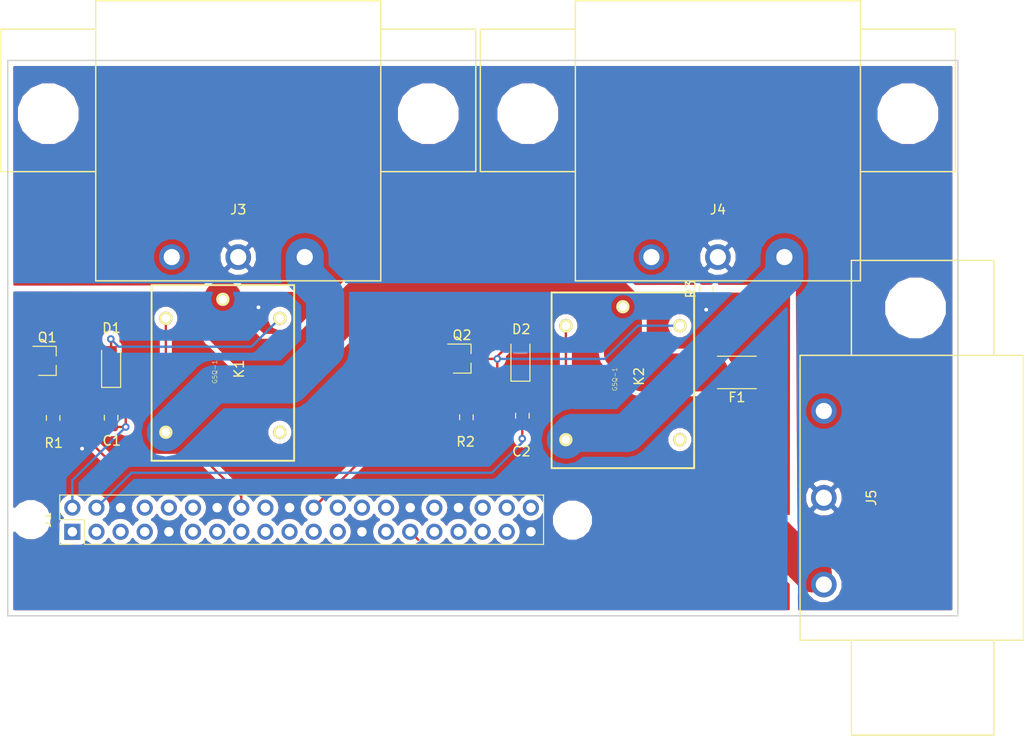
<source format=kicad_pcb>
(kicad_pcb (version 20171130) (host pcbnew 5.0.0+dfsg1-2)

  (general
    (thickness 1.6)
    (drawings 4)
    (tracks 119)
    (zones 0)
    (modules 18)
    (nets 44)
  )

  (page A4)
  (layers
    (0 F.Cu signal)
    (31 B.Cu signal hide)
    (32 B.Adhes user)
    (33 F.Adhes user)
    (34 B.Paste user)
    (35 F.Paste user)
    (36 B.SilkS user)
    (37 F.SilkS user)
    (38 B.Mask user)
    (39 F.Mask user)
    (40 Dwgs.User user)
    (41 Cmts.User user)
    (42 Eco1.User user)
    (43 Eco2.User user)
    (44 Edge.Cuts user)
    (45 Margin user)
    (46 B.CrtYd user)
    (47 F.CrtYd user)
    (48 B.Fab user)
    (49 F.Fab user hide)
  )

  (setup
    (last_trace_width 0.25)
    (trace_clearance 0.2)
    (zone_clearance 0.508)
    (zone_45_only no)
    (trace_min 0.2)
    (segment_width 0.2)
    (edge_width 0.15)
    (via_size 0.8)
    (via_drill 0.4)
    (via_min_size 0.4)
    (via_min_drill 0.3)
    (uvia_size 0.3)
    (uvia_drill 0.1)
    (uvias_allowed no)
    (uvia_min_size 0.2)
    (uvia_min_drill 0.1)
    (pcb_text_width 0.3)
    (pcb_text_size 1.5 1.5)
    (mod_edge_width 0.15)
    (mod_text_size 1 1)
    (mod_text_width 0.15)
    (pad_size 3.4 3.4)
    (pad_drill 3.4)
    (pad_to_mask_clearance 0)
    (aux_axis_origin 0 0)
    (visible_elements FFFFFF7F)
    (pcbplotparams
      (layerselection 0x010fc_ffffffff)
      (usegerberextensions true)
      (usegerberattributes false)
      (usegerberadvancedattributes false)
      (creategerberjobfile false)
      (excludeedgelayer true)
      (linewidth 0.100000)
      (plotframeref false)
      (viasonmask false)
      (mode 1)
      (useauxorigin false)
      (hpglpennumber 1)
      (hpglpenspeed 20)
      (hpglpendiameter 15.000000)
      (psnegative false)
      (psa4output false)
      (plotreference true)
      (plotvalue false)
      (plotinvisibletext false)
      (padsonsilk false)
      (subtractmaskfromsilk true)
      (outputformat 1)
      (mirror false)
      (drillshape 0)
      (scaleselection 1)
      (outputdirectory "/tmp"))
  )

  (net 0 "")
  (net 1 5V)
  (net 2 "Net-(C1-Pad2)")
  (net 3 "Net-(C2-Pad2)")
  (net 4 3V3)
  (net 5 SDA)
  (net 6 SCL)
  (net 7 GND)
  (net 8 HREF)
  (net 9 D7)
  (net 10 RESET)
  (net 11 "Net-(J1-Pad11)")
  (net 12 "Net-(J1-Pad12)")
  (net 13 "Net-(J1-Pad13)")
  (net 14 "Net-(J1-Pad15)")
  (net 15 RELAY1)
  (net 16 "Net-(J1-Pad18)")
  (net 17 D3)
  (net 18 D2)
  (net 19 RELAY2)
  (net 20 D4)
  (net 21 D1)
  (net 22 D0)
  (net 23 "Net-(J1-Pad27)")
  (net 24 "Net-(J1-Pad28)")
  (net 25 VSYNC)
  (net 26 PCLK)
  (net 27 D5)
  (net 28 D6)
  (net 29 "Net-(J1-Pad35)")
  (net 30 PWDN)
  (net 31 "Net-(J1-Pad37)")
  (net 32 "Net-(J1-Pad38)")
  (net 33 "Net-(J1-Pad40)")
  (net 34 AC_RELAY1)
  (net 35 "Net-(J3-Pad3)")
  (net 36 "Net-(J3-Pad2)")
  (net 37 AC_RELAY2)
  (net 38 AC_H)
  (net 39 "Net-(Q1-Pad1)")
  (net 40 "Net-(Q2-Pad1)")
  (net 41 "Net-(K1-Pad4)")
  (net 42 "Net-(K2-Pad4)")
  (net 43 "Net-(F1-Pad1)")

  (net_class Default "This is the default net class."
    (clearance 0.2)
    (trace_width 0.25)
    (via_dia 0.8)
    (via_drill 0.4)
    (uvia_dia 0.3)
    (uvia_drill 0.1)
    (add_net 3V3)
    (add_net 5V)
    (add_net AC_H)
    (add_net AC_RELAY1)
    (add_net AC_RELAY2)
    (add_net D0)
    (add_net D1)
    (add_net D2)
    (add_net D3)
    (add_net D4)
    (add_net D5)
    (add_net D6)
    (add_net D7)
    (add_net GND)
    (add_net HREF)
    (add_net "Net-(C1-Pad2)")
    (add_net "Net-(C2-Pad2)")
    (add_net "Net-(F1-Pad1)")
    (add_net "Net-(J1-Pad11)")
    (add_net "Net-(J1-Pad12)")
    (add_net "Net-(J1-Pad13)")
    (add_net "Net-(J1-Pad15)")
    (add_net "Net-(J1-Pad18)")
    (add_net "Net-(J1-Pad27)")
    (add_net "Net-(J1-Pad28)")
    (add_net "Net-(J1-Pad35)")
    (add_net "Net-(J1-Pad37)")
    (add_net "Net-(J1-Pad38)")
    (add_net "Net-(J1-Pad40)")
    (add_net "Net-(J3-Pad2)")
    (add_net "Net-(J3-Pad3)")
    (add_net "Net-(K1-Pad4)")
    (add_net "Net-(K2-Pad4)")
    (add_net "Net-(Q1-Pad1)")
    (add_net "Net-(Q2-Pad1)")
    (add_net PCLK)
    (add_net PWDN)
    (add_net RELAY1)
    (add_net RELAY2)
    (add_net RESET)
    (add_net SCL)
    (add_net SDA)
    (add_net VSYNC)
  )

  (module LP_connectors:Raspberry_PI_header (layer F.Cu) (tedit 5C9A4FF9) (tstamp 5CA7A0D4)
    (at 106.8 87.1 90)
    (descr "Through hole straight socket strip, 2x20, 2.54mm pitch, double cols (from Kicad 4.0.7), script generated")
    (tags "Through hole socket strip THT 2x20 2.54mm double row")
    (path /5C9A54A5)
    (fp_text reference J1 (at -1.27 -2.77 90) (layer F.SilkS)
      (effects (font (size 1 1) (thickness 0.15)))
    )
    (fp_text value Raspberry_Pi_2_3 (at -1.27 51.03 90) (layer F.Fab)
      (effects (font (size 1 1) (thickness 0.15)))
    )
    (fp_text user %R (at -1.27 24.13 180) (layer F.Fab)
      (effects (font (size 1 1) (thickness 0.15)))
    )
    (fp_line (start -4.34 50) (end -4.34 -1.8) (layer F.CrtYd) (width 0.05))
    (fp_line (start 1.76 50) (end -4.34 50) (layer F.CrtYd) (width 0.05))
    (fp_line (start 1.76 -1.8) (end 1.76 50) (layer F.CrtYd) (width 0.05))
    (fp_line (start -4.34 -1.8) (end 1.76 -1.8) (layer F.CrtYd) (width 0.05))
    (fp_line (start -1.27 -1.33) (end 1.33 -1.33) (layer F.SilkS) (width 0.12))
    (fp_line (start -3.87 -1.33) (end -3.87 0) (layer F.SilkS) (width 0.12))
    (fp_line (start -1.27 -1.33) (end -1.27 1.27) (layer F.SilkS) (width 0.12))
    (fp_line (start -1.27 1.27) (end -3.81 1.27) (layer F.SilkS) (width 0.12))
    (fp_line (start 1.33 -1.33) (end 1.33 49.59) (layer F.SilkS) (width 0.12))
    (fp_line (start -3.87 49.59) (end 1.33 49.59) (layer F.SilkS) (width 0.12))
    (fp_line (start -3.87 1.27) (end -3.87 49.59) (layer F.SilkS) (width 0.12))
    (fp_line (start -3.87 -1.33) (end -2.5 -1.33) (layer F.SilkS) (width 0.12))
    (fp_line (start -3.81 49.53) (end -3.81 0.64) (layer F.Fab) (width 0.1))
    (fp_line (start 1.27 49.53) (end -3.81 49.53) (layer F.Fab) (width 0.1))
    (fp_line (start 1.27 -1.27) (end 1.27 49.53) (layer F.Fab) (width 0.1))
    (fp_line (start -3.8 -0.2) (end -2.8 -1.2) (layer F.Fab) (width 0.1))
    (fp_line (start -2.2 -1.27) (end 1.33 -1.27) (layer F.Fab) (width 0.1))
    (pad 39 thru_hole oval (at -2.54 48.26 90) (size 1.7 1.7) (drill 1) (layers *.Cu *.Mask)
      (net 7 GND))
    (pad 40 thru_hole oval (at 0 48.26 90) (size 1.7 1.7) (drill 1) (layers *.Cu *.Mask)
      (net 33 "Net-(J1-Pad40)"))
    (pad 37 thru_hole oval (at -2.54 45.72 90) (size 1.7 1.7) (drill 1) (layers *.Cu *.Mask)
      (net 31 "Net-(J1-Pad37)"))
    (pad 38 thru_hole oval (at 0 45.72 90) (size 1.7 1.7) (drill 1) (layers *.Cu *.Mask)
      (net 32 "Net-(J1-Pad38)"))
    (pad 35 thru_hole oval (at -2.54 43.18 90) (size 1.7 1.7) (drill 1) (layers *.Cu *.Mask)
      (net 29 "Net-(J1-Pad35)"))
    (pad 36 thru_hole oval (at 0 43.18 90) (size 1.7 1.7) (drill 1) (layers *.Cu *.Mask)
      (net 30 PWDN))
    (pad 33 thru_hole oval (at -2.54 40.64 90) (size 1.7 1.7) (drill 1) (layers *.Cu *.Mask)
      (net 28 D6))
    (pad 34 thru_hole oval (at 0 40.64 90) (size 1.7 1.7) (drill 1) (layers *.Cu *.Mask)
      (net 7 GND))
    (pad 31 thru_hole oval (at -2.54 38.1 90) (size 1.7 1.7) (drill 1) (layers *.Cu *.Mask)
      (net 26 PCLK))
    (pad 32 thru_hole oval (at 0 38.1 90) (size 1.7 1.7) (drill 1) (layers *.Cu *.Mask)
      (net 27 D5))
    (pad 29 thru_hole oval (at -2.54 35.56 90) (size 1.7 1.7) (drill 1) (layers *.Cu *.Mask)
      (net 25 VSYNC))
    (pad 30 thru_hole oval (at 0 35.56 90) (size 1.7 1.7) (drill 1) (layers *.Cu *.Mask)
      (net 7 GND))
    (pad 27 thru_hole oval (at -2.54 33.02 90) (size 1.7 1.7) (drill 1) (layers *.Cu *.Mask)
      (net 23 "Net-(J1-Pad27)"))
    (pad 28 thru_hole oval (at 0 33.02 90) (size 1.7 1.7) (drill 1) (layers *.Cu *.Mask)
      (net 24 "Net-(J1-Pad28)"))
    (pad 25 thru_hole oval (at -2.54 30.48 90) (size 1.7 1.7) (drill 1) (layers *.Cu *.Mask)
      (net 7 GND))
    (pad 26 thru_hole oval (at 0 30.48 90) (size 1.7 1.7) (drill 1) (layers *.Cu *.Mask)
      (net 22 D0))
    (pad 23 thru_hole oval (at -2.54 27.94 90) (size 1.7 1.7) (drill 1) (layers *.Cu *.Mask)
      (net 20 D4))
    (pad 24 thru_hole oval (at 0 27.94 90) (size 1.7 1.7) (drill 1) (layers *.Cu *.Mask)
      (net 21 D1))
    (pad 21 thru_hole oval (at -2.54 25.4 90) (size 1.7 1.7) (drill 1) (layers *.Cu *.Mask)
      (net 18 D2))
    (pad 22 thru_hole oval (at 0 25.4 90) (size 1.7 1.7) (drill 1) (layers *.Cu *.Mask)
      (net 19 RELAY2))
    (pad 19 thru_hole oval (at -2.54 22.86 90) (size 1.7 1.7) (drill 1) (layers *.Cu *.Mask)
      (net 17 D3))
    (pad 20 thru_hole oval (at 0 22.86 90) (size 1.7 1.7) (drill 1) (layers *.Cu *.Mask)
      (net 7 GND))
    (pad 17 thru_hole oval (at -2.54 20.32 90) (size 1.7 1.7) (drill 1) (layers *.Cu *.Mask)
      (net 4 3V3))
    (pad 18 thru_hole oval (at 0 20.32 90) (size 1.7 1.7) (drill 1) (layers *.Cu *.Mask)
      (net 16 "Net-(J1-Pad18)"))
    (pad 15 thru_hole oval (at -2.54 17.78 90) (size 1.7 1.7) (drill 1) (layers *.Cu *.Mask)
      (net 14 "Net-(J1-Pad15)"))
    (pad 16 thru_hole oval (at 0 17.78 90) (size 1.7 1.7) (drill 1) (layers *.Cu *.Mask)
      (net 15 RELAY1))
    (pad 13 thru_hole oval (at -2.54 15.24 90) (size 1.7 1.7) (drill 1) (layers *.Cu *.Mask)
      (net 13 "Net-(J1-Pad13)"))
    (pad 14 thru_hole oval (at 0 15.24 90) (size 1.7 1.7) (drill 1) (layers *.Cu *.Mask)
      (net 7 GND))
    (pad 11 thru_hole oval (at -2.54 12.7 90) (size 1.7 1.7) (drill 1) (layers *.Cu *.Mask)
      (net 11 "Net-(J1-Pad11)"))
    (pad 12 thru_hole oval (at 0 12.7 90) (size 1.7 1.7) (drill 1) (layers *.Cu *.Mask)
      (net 12 "Net-(J1-Pad12)"))
    (pad 9 thru_hole oval (at -2.54 10.16 90) (size 1.7 1.7) (drill 1) (layers *.Cu *.Mask)
      (net 7 GND))
    (pad 10 thru_hole oval (at 0 10.16 90) (size 1.7 1.7) (drill 1) (layers *.Cu *.Mask)
      (net 10 RESET))
    (pad 7 thru_hole oval (at -2.54 7.62 90) (size 1.7 1.7) (drill 1) (layers *.Cu *.Mask)
      (net 8 HREF))
    (pad 8 thru_hole oval (at 0 7.62 90) (size 1.7 1.7) (drill 1) (layers *.Cu *.Mask)
      (net 9 D7))
    (pad 5 thru_hole oval (at -2.54 5.08 90) (size 1.7 1.7) (drill 1) (layers *.Cu *.Mask)
      (net 6 SCL))
    (pad 6 thru_hole oval (at 0 5.08 90) (size 1.7 1.7) (drill 1) (layers *.Cu *.Mask)
      (net 7 GND))
    (pad 3 thru_hole oval (at -2.54 2.54 90) (size 1.7 1.7) (drill 1) (layers *.Cu *.Mask)
      (net 5 SDA))
    (pad 4 thru_hole oval (at 0 2.54 90) (size 1.7 1.7) (drill 1) (layers *.Cu *.Mask)
      (net 1 5V))
    (pad 1 thru_hole rect (at -2.54 0 90) (size 1.7 1.7) (drill 1) (layers *.Cu *.Mask)
      (net 4 3V3))
    (pad 2 thru_hole circle (at 0 0 90) (size 1.7 1.7) (drill 1) (layers *.Cu *.Mask)
      (net 1 5V))
    (model ${KISYS3DMOD}/Connector_PinSocket_2.54mm.3dshapes/PinSocket_2x20_P2.54mm_Vertical.wrl
      (at (xyz 0 0 0))
      (scale (xyz 1 1 1))
      (rotate (xyz 0 0 0))
    )
  )

  (module LP_connectors:PX0675_PC (layer F.Cu) (tedit 5CBCC781) (tstamp 5CA7A10F)
    (at 124.26 60.71 180)
    (path /5C9A99E6)
    (fp_text reference J3 (at 0 5 180) (layer F.SilkS)
      (effects (font (size 1 1) (thickness 0.15)))
    )
    (fp_text value Conn_01x03_Female (at 0 3 180) (layer F.Fab)
      (effects (font (size 1 1) (thickness 0.15)))
    )
    (fp_line (start -25 9) (end -15 9) (layer F.SilkS) (width 0.15))
    (fp_line (start -25 24) (end -25 9) (layer F.SilkS) (width 0.15))
    (fp_line (start -15 24) (end -25 24) (layer F.SilkS) (width 0.15))
    (fp_line (start 25 24) (end 15 24) (layer F.SilkS) (width 0.15))
    (fp_line (start 25 9) (end 25 24) (layer F.SilkS) (width 0.15))
    (fp_line (start 15 9) (end 25 9) (layer F.SilkS) (width 0.15))
    (fp_line (start -15 27) (end -15 -2.5) (layer F.SilkS) (width 0.15))
    (fp_line (start 15 27) (end -15 27) (layer F.SilkS) (width 0.15))
    (fp_line (start 15 -2.5) (end 15 27) (layer F.SilkS) (width 0.15))
    (fp_line (start -15 -2.5) (end 15 -2.5) (layer F.SilkS) (width 0.15))
    (pad "" np_thru_hole circle (at 20 15.1 180) (size 3.4 3.4) (drill 3.4) (layers *.Cu *.Mask)
      (clearance 1.5))
    (pad "" np_thru_hole circle (at -20 15.1 180) (size 3.4 3.4) (drill 3.4) (layers *.Cu *.Mask)
      (clearance 1.5))
    (pad 1 thru_hole circle (at -7 0 180) (size 2.7 2.7) (drill 1.7) (layers *.Cu *.Mask)
      (net 34 AC_RELAY1))
    (pad 3 thru_hole circle (at 7 0 180) (size 2.7 2.7) (drill 1.7) (layers *.Cu *.Mask)
      (net 35 "Net-(J3-Pad3)"))
    (pad 2 thru_hole circle (at 0 0 180) (size 2.7 2.7) (drill 1.7) (layers *.Cu *.Mask)
      (net 36 "Net-(J3-Pad2)"))
  )

  (module LP_connectors:PX0675_PC (layer F.Cu) (tedit 5CBCC788) (tstamp 5CA7A122)
    (at 174.74 60.71 180)
    (path /5C9A9A30)
    (fp_text reference J4 (at 0 5 180) (layer F.SilkS)
      (effects (font (size 1 1) (thickness 0.15)))
    )
    (fp_text value Conn_01x03_Female (at 0 3 180) (layer F.Fab)
      (effects (font (size 1 1) (thickness 0.15)))
    )
    (fp_line (start -25 9) (end -15 9) (layer F.SilkS) (width 0.15))
    (fp_line (start -25 24) (end -25 9) (layer F.SilkS) (width 0.15))
    (fp_line (start -15 24) (end -25 24) (layer F.SilkS) (width 0.15))
    (fp_line (start 25 24) (end 15 24) (layer F.SilkS) (width 0.15))
    (fp_line (start 25 9) (end 25 24) (layer F.SilkS) (width 0.15))
    (fp_line (start 15 9) (end 25 9) (layer F.SilkS) (width 0.15))
    (fp_line (start -15 27) (end -15 -2.5) (layer F.SilkS) (width 0.15))
    (fp_line (start 15 27) (end -15 27) (layer F.SilkS) (width 0.15))
    (fp_line (start 15 -2.5) (end 15 27) (layer F.SilkS) (width 0.15))
    (fp_line (start -15 -2.5) (end 15 -2.5) (layer F.SilkS) (width 0.15))
    (pad "" np_thru_hole circle (at 20 15.1 180) (size 3.4 3.4) (drill 3.4) (layers *.Cu *.Mask)
      (clearance 1.5))
    (pad "" np_thru_hole circle (at -20 15.1 180) (size 3.4 3.4) (drill 3.4) (layers *.Cu *.Mask)
      (clearance 1.5))
    (pad 1 thru_hole circle (at -7 0 180) (size 2.7 2.7) (drill 1.7) (layers *.Cu *.Mask)
      (net 37 AC_RELAY2))
    (pad 3 thru_hole circle (at 7 0 180) (size 2.7 2.7) (drill 1.7) (layers *.Cu *.Mask)
      (net 35 "Net-(J3-Pad3)"))
    (pad 2 thru_hole circle (at 0 0 180) (size 2.7 2.7) (drill 1.7) (layers *.Cu *.Mask)
      (net 36 "Net-(J3-Pad2)"))
  )

  (module LP_connectors:PX0580_PC (layer F.Cu) (tedit 5CBCC78D) (tstamp 5CA7A135)
    (at 185.89 86.06 90)
    (path /5C9A9729)
    (fp_text reference J5 (at 0 5 90) (layer F.SilkS)
      (effects (font (size 1 1) (thickness 0.15)))
    )
    (fp_text value Conn_01x03_Female (at 0 3 90) (layer F.Fab)
      (effects (font (size 1 1) (thickness 0.15)))
    )
    (fp_line (start -25 2.9) (end -15 2.9) (layer F.SilkS) (width 0.15))
    (fp_line (start -25 17.9) (end -25 2.9) (layer F.SilkS) (width 0.15))
    (fp_line (start -15 17.9) (end -25 17.9) (layer F.SilkS) (width 0.15))
    (fp_line (start 25 17.9) (end 15 17.9) (layer F.SilkS) (width 0.15))
    (fp_line (start 25 2.9) (end 25 17.9) (layer F.SilkS) (width 0.15))
    (fp_line (start 15 2.9) (end 25 2.9) (layer F.SilkS) (width 0.15))
    (fp_line (start -15 21) (end -15 -2.5) (layer F.SilkS) (width 0.15))
    (fp_line (start 15 21) (end -15 21) (layer F.SilkS) (width 0.15))
    (fp_line (start 15 -2.5) (end 15 21) (layer F.SilkS) (width 0.15))
    (fp_line (start -15 -2.5) (end 15 -2.5) (layer F.SilkS) (width 0.15))
    (pad "" np_thru_hole circle (at 20 9.65 90) (size 3.4 3.4) (drill 3.4) (layers *.Cu *.Mask)
      (clearance 1.5))
    (pad "" np_thru_hole circle (at -20 9.65 90) (size 3.4 3.4) (drill 3.4) (layers *.Cu *.Mask)
      (clearance 1.5))
    (pad 1 thru_hole circle (at -9.14 0 90) (size 2.7 2.7) (drill 1.7) (layers *.Cu *.Mask)
      (net 43 "Net-(F1-Pad1)") (zone_connect 1))
    (pad 3 thru_hole circle (at 9.14 0 90) (size 2.7 2.7) (drill 1.7) (layers *.Cu *.Mask)
      (net 35 "Net-(J3-Pad3)") (zone_connect 1))
    (pad 2 thru_hole circle (at 0 0 90) (size 2.7 2.7) (drill 1.7) (layers *.Cu *.Mask)
      (net 36 "Net-(J3-Pad2)") (zone_connect 1))
  )

  (module Capacitor_SMD:C_0805_2012Metric (layer F.Cu) (tedit 5B36C52B) (tstamp 5CA7A053)
    (at 110.88 77.6225 90)
    (descr "Capacitor SMD 0805 (2012 Metric), square (rectangular) end terminal, IPC_7351 nominal, (Body size source: https://docs.google.com/spreadsheets/d/1BsfQQcO9C6DZCsRaXUlFlo91Tg2WpOkGARC1WS5S8t0/edit?usp=sharing), generated with kicad-footprint-generator")
    (tags capacitor)
    (path /5C9A3CF1/5C9A9590)
    (attr smd)
    (fp_text reference C1 (at -2.4375 0.07 180) (layer F.SilkS)
      (effects (font (size 1 1) (thickness 0.15)))
    )
    (fp_text value 4.7uF (at 0 1.65 90) (layer F.Fab)
      (effects (font (size 1 1) (thickness 0.15)))
    )
    (fp_line (start -1 0.6) (end -1 -0.6) (layer F.Fab) (width 0.1))
    (fp_line (start -1 -0.6) (end 1 -0.6) (layer F.Fab) (width 0.1))
    (fp_line (start 1 -0.6) (end 1 0.6) (layer F.Fab) (width 0.1))
    (fp_line (start 1 0.6) (end -1 0.6) (layer F.Fab) (width 0.1))
    (fp_line (start -0.258578 -0.71) (end 0.258578 -0.71) (layer F.SilkS) (width 0.12))
    (fp_line (start -0.258578 0.71) (end 0.258578 0.71) (layer F.SilkS) (width 0.12))
    (fp_line (start -1.68 0.95) (end -1.68 -0.95) (layer F.CrtYd) (width 0.05))
    (fp_line (start -1.68 -0.95) (end 1.68 -0.95) (layer F.CrtYd) (width 0.05))
    (fp_line (start 1.68 -0.95) (end 1.68 0.95) (layer F.CrtYd) (width 0.05))
    (fp_line (start 1.68 0.95) (end -1.68 0.95) (layer F.CrtYd) (width 0.05))
    (fp_text user %R (at 0 0 90) (layer F.Fab)
      (effects (font (size 0.5 0.5) (thickness 0.08)))
    )
    (pad 1 smd roundrect (at -0.9375 0 90) (size 0.975 1.4) (layers F.Cu F.Paste F.Mask) (roundrect_rratio 0.25)
      (net 1 5V))
    (pad 2 smd roundrect (at 0.9375 0 90) (size 0.975 1.4) (layers F.Cu F.Paste F.Mask) (roundrect_rratio 0.25)
      (net 2 "Net-(C1-Pad2)"))
    (model ${KISYS3DMOD}/Capacitor_SMD.3dshapes/C_0805_2012Metric.wrl
      (at (xyz 0 0 0))
      (scale (xyz 1 1 1))
      (rotate (xyz 0 0 0))
    )
  )

  (module Capacitor_SMD:C_0805_2012Metric (layer F.Cu) (tedit 5B36C52B) (tstamp 5CA7A064)
    (at 154.16 77.42 90)
    (descr "Capacitor SMD 0805 (2012 Metric), square (rectangular) end terminal, IPC_7351 nominal, (Body size source: https://docs.google.com/spreadsheets/d/1BsfQQcO9C6DZCsRaXUlFlo91Tg2WpOkGARC1WS5S8t0/edit?usp=sharing), generated with kicad-footprint-generator")
    (tags capacitor)
    (path /5C9A8B1E/5C32FEDE)
    (attr smd)
    (fp_text reference C2 (at -3.77 -0.09 180) (layer F.SilkS)
      (effects (font (size 1 1) (thickness 0.15)))
    )
    (fp_text value 4.7uF (at 0 1.65 90) (layer F.Fab)
      (effects (font (size 1 1) (thickness 0.15)))
    )
    (fp_text user %R (at 0 0 90) (layer F.Fab)
      (effects (font (size 0.5 0.5) (thickness 0.08)))
    )
    (fp_line (start 1.68 0.95) (end -1.68 0.95) (layer F.CrtYd) (width 0.05))
    (fp_line (start 1.68 -0.95) (end 1.68 0.95) (layer F.CrtYd) (width 0.05))
    (fp_line (start -1.68 -0.95) (end 1.68 -0.95) (layer F.CrtYd) (width 0.05))
    (fp_line (start -1.68 0.95) (end -1.68 -0.95) (layer F.CrtYd) (width 0.05))
    (fp_line (start -0.258578 0.71) (end 0.258578 0.71) (layer F.SilkS) (width 0.12))
    (fp_line (start -0.258578 -0.71) (end 0.258578 -0.71) (layer F.SilkS) (width 0.12))
    (fp_line (start 1 0.6) (end -1 0.6) (layer F.Fab) (width 0.1))
    (fp_line (start 1 -0.6) (end 1 0.6) (layer F.Fab) (width 0.1))
    (fp_line (start -1 -0.6) (end 1 -0.6) (layer F.Fab) (width 0.1))
    (fp_line (start -1 0.6) (end -1 -0.6) (layer F.Fab) (width 0.1))
    (pad 2 smd roundrect (at 0.9375 0 90) (size 0.975 1.4) (layers F.Cu F.Paste F.Mask) (roundrect_rratio 0.25)
      (net 3 "Net-(C2-Pad2)"))
    (pad 1 smd roundrect (at -0.9375 0 90) (size 0.975 1.4) (layers F.Cu F.Paste F.Mask) (roundrect_rratio 0.25)
      (net 1 5V))
    (model ${KISYS3DMOD}/Capacitor_SMD.3dshapes/C_0805_2012Metric.wrl
      (at (xyz 0 0 0))
      (scale (xyz 1 1 1))
      (rotate (xyz 0 0 0))
    )
  )

  (module Diode_SMD:D_SOD-123 (layer F.Cu) (tedit 58645DC7) (tstamp 5CA7A07D)
    (at 110.88 72.18 90)
    (descr SOD-123)
    (tags SOD-123)
    (path /5C9A3CF1/5C9A958E)
    (attr smd)
    (fp_text reference D1 (at 4 0.04 180) (layer F.SilkS)
      (effects (font (size 1 1) (thickness 0.15)))
    )
    (fp_text value B5818WS (at 0 2.1 90) (layer F.Fab)
      (effects (font (size 1 1) (thickness 0.15)))
    )
    (fp_text user %R (at 0 -2 90) (layer F.Fab)
      (effects (font (size 1 1) (thickness 0.15)))
    )
    (fp_line (start -2.25 -1) (end -2.25 1) (layer F.SilkS) (width 0.12))
    (fp_line (start 0.25 0) (end 0.75 0) (layer F.Fab) (width 0.1))
    (fp_line (start 0.25 0.4) (end -0.35 0) (layer F.Fab) (width 0.1))
    (fp_line (start 0.25 -0.4) (end 0.25 0.4) (layer F.Fab) (width 0.1))
    (fp_line (start -0.35 0) (end 0.25 -0.4) (layer F.Fab) (width 0.1))
    (fp_line (start -0.35 0) (end -0.35 0.55) (layer F.Fab) (width 0.1))
    (fp_line (start -0.35 0) (end -0.35 -0.55) (layer F.Fab) (width 0.1))
    (fp_line (start -0.75 0) (end -0.35 0) (layer F.Fab) (width 0.1))
    (fp_line (start -1.4 0.9) (end -1.4 -0.9) (layer F.Fab) (width 0.1))
    (fp_line (start 1.4 0.9) (end -1.4 0.9) (layer F.Fab) (width 0.1))
    (fp_line (start 1.4 -0.9) (end 1.4 0.9) (layer F.Fab) (width 0.1))
    (fp_line (start -1.4 -0.9) (end 1.4 -0.9) (layer F.Fab) (width 0.1))
    (fp_line (start -2.35 -1.15) (end 2.35 -1.15) (layer F.CrtYd) (width 0.05))
    (fp_line (start 2.35 -1.15) (end 2.35 1.15) (layer F.CrtYd) (width 0.05))
    (fp_line (start 2.35 1.15) (end -2.35 1.15) (layer F.CrtYd) (width 0.05))
    (fp_line (start -2.35 -1.15) (end -2.35 1.15) (layer F.CrtYd) (width 0.05))
    (fp_line (start -2.25 1) (end 1.65 1) (layer F.SilkS) (width 0.12))
    (fp_line (start -2.25 -1) (end 1.65 -1) (layer F.SilkS) (width 0.12))
    (pad 1 smd rect (at -1.65 0 90) (size 0.9 1.2) (layers F.Cu F.Paste F.Mask)
      (net 1 5V))
    (pad 2 smd rect (at 1.65 0 90) (size 0.9 1.2) (layers F.Cu F.Paste F.Mask)
      (net 2 "Net-(C1-Pad2)"))
    (model ${KISYS3DMOD}/Diode_SMD.3dshapes/D_SOD-123.wrl
      (at (xyz 0 0 0))
      (scale (xyz 1 1 1))
      (rotate (xyz 0 0 0))
    )
  )

  (module Diode_SMD:D_SOD-123 (layer F.Cu) (tedit 58645DC7) (tstamp 5CA7A096)
    (at 153.96 71.53 90)
    (descr SOD-123)
    (tags SOD-123)
    (path /5C9A8B1E/5B938EB0)
    (attr smd)
    (fp_text reference D2 (at 3.22 0.08 180) (layer F.SilkS)
      (effects (font (size 1 1) (thickness 0.15)))
    )
    (fp_text value B5818WS (at 0 2.1 90) (layer F.Fab)
      (effects (font (size 1 1) (thickness 0.15)))
    )
    (fp_line (start -2.25 -1) (end 1.65 -1) (layer F.SilkS) (width 0.12))
    (fp_line (start -2.25 1) (end 1.65 1) (layer F.SilkS) (width 0.12))
    (fp_line (start -2.35 -1.15) (end -2.35 1.15) (layer F.CrtYd) (width 0.05))
    (fp_line (start 2.35 1.15) (end -2.35 1.15) (layer F.CrtYd) (width 0.05))
    (fp_line (start 2.35 -1.15) (end 2.35 1.15) (layer F.CrtYd) (width 0.05))
    (fp_line (start -2.35 -1.15) (end 2.35 -1.15) (layer F.CrtYd) (width 0.05))
    (fp_line (start -1.4 -0.9) (end 1.4 -0.9) (layer F.Fab) (width 0.1))
    (fp_line (start 1.4 -0.9) (end 1.4 0.9) (layer F.Fab) (width 0.1))
    (fp_line (start 1.4 0.9) (end -1.4 0.9) (layer F.Fab) (width 0.1))
    (fp_line (start -1.4 0.9) (end -1.4 -0.9) (layer F.Fab) (width 0.1))
    (fp_line (start -0.75 0) (end -0.35 0) (layer F.Fab) (width 0.1))
    (fp_line (start -0.35 0) (end -0.35 -0.55) (layer F.Fab) (width 0.1))
    (fp_line (start -0.35 0) (end -0.35 0.55) (layer F.Fab) (width 0.1))
    (fp_line (start -0.35 0) (end 0.25 -0.4) (layer F.Fab) (width 0.1))
    (fp_line (start 0.25 -0.4) (end 0.25 0.4) (layer F.Fab) (width 0.1))
    (fp_line (start 0.25 0.4) (end -0.35 0) (layer F.Fab) (width 0.1))
    (fp_line (start 0.25 0) (end 0.75 0) (layer F.Fab) (width 0.1))
    (fp_line (start -2.25 -1) (end -2.25 1) (layer F.SilkS) (width 0.12))
    (fp_text user %R (at 0 -2 90) (layer F.Fab)
      (effects (font (size 1 1) (thickness 0.15)))
    )
    (pad 2 smd rect (at 1.65 0 90) (size 0.9 1.2) (layers F.Cu F.Paste F.Mask)
      (net 3 "Net-(C2-Pad2)"))
    (pad 1 smd rect (at -1.65 0 90) (size 0.9 1.2) (layers F.Cu F.Paste F.Mask)
      (net 1 5V))
    (model ${KISYS3DMOD}/Diode_SMD.3dshapes/D_SOD-123.wrl
      (at (xyz 0 0 0))
      (scale (xyz 1 1 1))
      (rotate (xyz 0 0 0))
    )
  )

  (module Package_TO_SOT_SMD:TSOT-23 (layer F.Cu) (tedit 5A02FF57) (tstamp 5CA7A14A)
    (at 104.15 71.62)
    (descr "3-pin TSOT23 package, http://www.analog.com.tw/pdf/All_In_One.pdf")
    (tags TSOT-23)
    (path /5C9A3CF1/5C9A958F)
    (attr smd)
    (fp_text reference Q1 (at 0 -2.45) (layer F.SilkS)
      (effects (font (size 1 1) (thickness 0.15)))
    )
    (fp_text value 2N7002 (at 0 2.5) (layer F.Fab)
      (effects (font (size 1 1) (thickness 0.15)))
    )
    (fp_text user %R (at 0 0 90) (layer F.Fab)
      (effects (font (size 0.5 0.5) (thickness 0.075)))
    )
    (fp_line (start 0.95 0.5) (end 0.95 1.55) (layer F.SilkS) (width 0.12))
    (fp_line (start 0.95 1.55) (end -0.9 1.55) (layer F.SilkS) (width 0.12))
    (fp_line (start 0.95 -1.5) (end 0.95 -0.5) (layer F.SilkS) (width 0.12))
    (fp_line (start 0.93 -1.51) (end -1.5 -1.51) (layer F.SilkS) (width 0.12))
    (fp_line (start -0.88 -1) (end -0.43 -1.45) (layer F.Fab) (width 0.1))
    (fp_line (start 0.88 -1.45) (end -0.43 -1.45) (layer F.Fab) (width 0.1))
    (fp_line (start -0.88 -1) (end -0.88 1.45) (layer F.Fab) (width 0.1))
    (fp_line (start 0.88 1.45) (end -0.88 1.45) (layer F.Fab) (width 0.1))
    (fp_line (start 0.88 -1.45) (end 0.88 1.45) (layer F.Fab) (width 0.1))
    (fp_line (start -2.17 -1.7) (end 2.17 -1.7) (layer F.CrtYd) (width 0.05))
    (fp_line (start -2.17 -1.7) (end -2.17 1.7) (layer F.CrtYd) (width 0.05))
    (fp_line (start 2.17 1.7) (end 2.17 -1.7) (layer F.CrtYd) (width 0.05))
    (fp_line (start 2.17 1.7) (end -2.17 1.7) (layer F.CrtYd) (width 0.05))
    (pad 1 smd rect (at -1.31 -0.95) (size 1.22 0.65) (layers F.Cu F.Paste F.Mask)
      (net 39 "Net-(Q1-Pad1)"))
    (pad 2 smd rect (at -1.31 0.95) (size 1.22 0.65) (layers F.Cu F.Paste F.Mask)
      (net 7 GND))
    (pad 3 smd rect (at 1.31 0) (size 1.22 0.65) (layers F.Cu F.Paste F.Mask)
      (net 2 "Net-(C1-Pad2)"))
    (model ${KISYS3DMOD}/Package_TO_SOT_SMD.3dshapes/TSOT-23.wrl
      (at (xyz 0 0 0))
      (scale (xyz 1 1 1))
      (rotate (xyz 0 0 0))
    )
  )

  (module Package_TO_SOT_SMD:TSOT-23 (layer F.Cu) (tedit 5A02FF57) (tstamp 5CA7A15F)
    (at 147.81 71.38)
    (descr "3-pin TSOT23 package, http://www.analog.com.tw/pdf/All_In_One.pdf")
    (tags TSOT-23)
    (path /5C9A8B1E/5B938EBB)
    (attr smd)
    (fp_text reference Q2 (at 0 -2.45) (layer F.SilkS)
      (effects (font (size 1 1) (thickness 0.15)))
    )
    (fp_text value 2N7002 (at 0 2.5) (layer F.Fab)
      (effects (font (size 1 1) (thickness 0.15)))
    )
    (fp_line (start 2.17 1.7) (end -2.17 1.7) (layer F.CrtYd) (width 0.05))
    (fp_line (start 2.17 1.7) (end 2.17 -1.7) (layer F.CrtYd) (width 0.05))
    (fp_line (start -2.17 -1.7) (end -2.17 1.7) (layer F.CrtYd) (width 0.05))
    (fp_line (start -2.17 -1.7) (end 2.17 -1.7) (layer F.CrtYd) (width 0.05))
    (fp_line (start 0.88 -1.45) (end 0.88 1.45) (layer F.Fab) (width 0.1))
    (fp_line (start 0.88 1.45) (end -0.88 1.45) (layer F.Fab) (width 0.1))
    (fp_line (start -0.88 -1) (end -0.88 1.45) (layer F.Fab) (width 0.1))
    (fp_line (start 0.88 -1.45) (end -0.43 -1.45) (layer F.Fab) (width 0.1))
    (fp_line (start -0.88 -1) (end -0.43 -1.45) (layer F.Fab) (width 0.1))
    (fp_line (start 0.93 -1.51) (end -1.5 -1.51) (layer F.SilkS) (width 0.12))
    (fp_line (start 0.95 -1.5) (end 0.95 -0.5) (layer F.SilkS) (width 0.12))
    (fp_line (start 0.95 1.55) (end -0.9 1.55) (layer F.SilkS) (width 0.12))
    (fp_line (start 0.95 0.5) (end 0.95 1.55) (layer F.SilkS) (width 0.12))
    (fp_text user %R (at 0 0 90) (layer F.Fab)
      (effects (font (size 0.5 0.5) (thickness 0.075)))
    )
    (pad 3 smd rect (at 1.31 0) (size 1.22 0.65) (layers F.Cu F.Paste F.Mask)
      (net 3 "Net-(C2-Pad2)"))
    (pad 2 smd rect (at -1.31 0.95) (size 1.22 0.65) (layers F.Cu F.Paste F.Mask)
      (net 7 GND))
    (pad 1 smd rect (at -1.31 -0.95) (size 1.22 0.65) (layers F.Cu F.Paste F.Mask)
      (net 40 "Net-(Q2-Pad1)"))
    (model ${KISYS3DMOD}/Package_TO_SOT_SMD.3dshapes/TSOT-23.wrl
      (at (xyz 0 0 0))
      (scale (xyz 1 1 1))
      (rotate (xyz 0 0 0))
    )
  )

  (module Resistor_SMD:R_0805_2012Metric (layer F.Cu) (tedit 5B36C52B) (tstamp 5CA7A170)
    (at 104.78 77.6525 270)
    (descr "Resistor SMD 0805 (2012 Metric), square (rectangular) end terminal, IPC_7351 nominal, (Body size source: https://docs.google.com/spreadsheets/d/1BsfQQcO9C6DZCsRaXUlFlo91Tg2WpOkGARC1WS5S8t0/edit?usp=sharing), generated with kicad-footprint-generator")
    (tags resistor)
    (path /5C9A3CF1/5C9A9591)
    (attr smd)
    (fp_text reference R1 (at 2.6375 -0.06) (layer F.SilkS)
      (effects (font (size 1 1) (thickness 0.15)))
    )
    (fp_text value 2K (at 0 1.65 270) (layer F.Fab)
      (effects (font (size 1 1) (thickness 0.15)))
    )
    (fp_line (start -1 0.6) (end -1 -0.6) (layer F.Fab) (width 0.1))
    (fp_line (start -1 -0.6) (end 1 -0.6) (layer F.Fab) (width 0.1))
    (fp_line (start 1 -0.6) (end 1 0.6) (layer F.Fab) (width 0.1))
    (fp_line (start 1 0.6) (end -1 0.6) (layer F.Fab) (width 0.1))
    (fp_line (start -0.258578 -0.71) (end 0.258578 -0.71) (layer F.SilkS) (width 0.12))
    (fp_line (start -0.258578 0.71) (end 0.258578 0.71) (layer F.SilkS) (width 0.12))
    (fp_line (start -1.68 0.95) (end -1.68 -0.95) (layer F.CrtYd) (width 0.05))
    (fp_line (start -1.68 -0.95) (end 1.68 -0.95) (layer F.CrtYd) (width 0.05))
    (fp_line (start 1.68 -0.95) (end 1.68 0.95) (layer F.CrtYd) (width 0.05))
    (fp_line (start 1.68 0.95) (end -1.68 0.95) (layer F.CrtYd) (width 0.05))
    (fp_text user %R (at 0 0 270) (layer F.Fab)
      (effects (font (size 0.5 0.5) (thickness 0.08)))
    )
    (pad 1 smd roundrect (at -0.9375 0 270) (size 0.975 1.4) (layers F.Cu F.Paste F.Mask) (roundrect_rratio 0.25)
      (net 39 "Net-(Q1-Pad1)"))
    (pad 2 smd roundrect (at 0.9375 0 270) (size 0.975 1.4) (layers F.Cu F.Paste F.Mask) (roundrect_rratio 0.25)
      (net 15 RELAY1))
    (model ${KISYS3DMOD}/Resistor_SMD.3dshapes/R_0805_2012Metric.wrl
      (at (xyz 0 0 0))
      (scale (xyz 1 1 1))
      (rotate (xyz 0 0 0))
    )
  )

  (module Resistor_SMD:R_0805_2012Metric (layer F.Cu) (tedit 5B36C52B) (tstamp 5CA7A181)
    (at 148.27 77.58 270)
    (descr "Resistor SMD 0805 (2012 Metric), square (rectangular) end terminal, IPC_7351 nominal, (Body size source: https://docs.google.com/spreadsheets/d/1BsfQQcO9C6DZCsRaXUlFlo91Tg2WpOkGARC1WS5S8t0/edit?usp=sharing), generated with kicad-footprint-generator")
    (tags resistor)
    (path /5C9A8B1E/5C78577F)
    (attr smd)
    (fp_text reference R2 (at 2.58 0.08) (layer F.SilkS)
      (effects (font (size 1 1) (thickness 0.15)))
    )
    (fp_text value 2K (at 0 1.65 270) (layer F.Fab)
      (effects (font (size 1 1) (thickness 0.15)))
    )
    (fp_text user %R (at 0 0 270) (layer F.Fab)
      (effects (font (size 0.5 0.5) (thickness 0.08)))
    )
    (fp_line (start 1.68 0.95) (end -1.68 0.95) (layer F.CrtYd) (width 0.05))
    (fp_line (start 1.68 -0.95) (end 1.68 0.95) (layer F.CrtYd) (width 0.05))
    (fp_line (start -1.68 -0.95) (end 1.68 -0.95) (layer F.CrtYd) (width 0.05))
    (fp_line (start -1.68 0.95) (end -1.68 -0.95) (layer F.CrtYd) (width 0.05))
    (fp_line (start -0.258578 0.71) (end 0.258578 0.71) (layer F.SilkS) (width 0.12))
    (fp_line (start -0.258578 -0.71) (end 0.258578 -0.71) (layer F.SilkS) (width 0.12))
    (fp_line (start 1 0.6) (end -1 0.6) (layer F.Fab) (width 0.1))
    (fp_line (start 1 -0.6) (end 1 0.6) (layer F.Fab) (width 0.1))
    (fp_line (start -1 -0.6) (end 1 -0.6) (layer F.Fab) (width 0.1))
    (fp_line (start -1 0.6) (end -1 -0.6) (layer F.Fab) (width 0.1))
    (pad 2 smd roundrect (at 0.9375 0 270) (size 0.975 1.4) (layers F.Cu F.Paste F.Mask) (roundrect_rratio 0.25)
      (net 19 RELAY2))
    (pad 1 smd roundrect (at -0.9375 0 270) (size 0.975 1.4) (layers F.Cu F.Paste F.Mask) (roundrect_rratio 0.25)
      (net 40 "Net-(Q2-Pad1)"))
    (model ${KISYS3DMOD}/Resistor_SMD.3dshapes/R_0805_2012Metric.wrl
      (at (xyz 0 0 0))
      (scale (xyz 1 1 1))
      (rotate (xyz 0 0 0))
    )
  )

  (module switches:SRD-05VDC-SL-C (layer F.Cu) (tedit 5C377A8A) (tstamp 5CA7A570)
    (at 122.76 72.55 270)
    (path /5C9A3CF1/5C9A958D)
    (fp_text reference K1 (at -0.050975 -1.58021 270) (layer F.SilkS)
      (effects (font (size 1 1) (thickness 0.15)))
    )
    (fp_text value G5Q-1 (at 0.254466 0.96698 270) (layer F.SilkS)
      (effects (font (size 0.480884 0.480884) (thickness 0.05)))
    )
    (fp_line (start 9.61 -7.38) (end 9.61 7.62) (layer F.SilkS) (width 0.2032))
    (fp_line (start 9.61 7.62) (end -8.89 7.62) (layer F.SilkS) (width 0.2032))
    (fp_line (start -8.89 7.62) (end -8.89 -7.38) (layer F.SilkS) (width 0.2032))
    (fp_line (start -8.89 -7.38) (end 9.61 -7.38) (layer F.SilkS) (width 0.2032))
    (pad 3 thru_hole circle (at 6.61 6.12 270) (size 1.408 1.408) (drill 0.9) (layers *.Cu *.Mask F.SilkS)
      (net 34 AC_RELAY1))
    (pad 5 thru_hole circle (at -5.39 -5.88 270) (size 1.408 1.408) (drill 0.9) (layers *.Cu *.Mask F.SilkS)
      (net 2 "Net-(C1-Pad2)"))
    (pad 2 thru_hole circle (at -7.39 0.12 270) (size 1.408 1.408) (drill 0.9) (layers *.Cu *.Mask F.SilkS)
      (net 38 AC_H))
    (pad 4 thru_hole circle (at 6.61 -5.88 270) (size 1.408 1.408) (drill 0.9) (layers *.Cu *.Mask F.SilkS)
      (net 41 "Net-(K1-Pad4)"))
    (pad 1 thru_hole circle (at -5.39 6.12 270) (size 1.408 1.408) (drill 0.9) (layers *.Cu *.Mask F.SilkS)
      (net 1 5V))
  )

  (module switches:SRD-05VDC-SL-C (layer F.Cu) (tedit 5C377A8A) (tstamp 5CA7A57D)
    (at 164.86 73.33 270)
    (path /5C9A8B1E/5B89B535)
    (fp_text reference K2 (at -0.050975 -1.58021 270) (layer F.SilkS)
      (effects (font (size 1 1) (thickness 0.15)))
    )
    (fp_text value G5Q-1 (at 0.254466 0.96698 270) (layer F.SilkS)
      (effects (font (size 0.480884 0.480884) (thickness 0.05)))
    )
    (fp_line (start -8.89 -7.38) (end 9.61 -7.38) (layer F.SilkS) (width 0.2032))
    (fp_line (start -8.89 7.62) (end -8.89 -7.38) (layer F.SilkS) (width 0.2032))
    (fp_line (start 9.61 7.62) (end -8.89 7.62) (layer F.SilkS) (width 0.2032))
    (fp_line (start 9.61 -7.38) (end 9.61 7.62) (layer F.SilkS) (width 0.2032))
    (pad 1 thru_hole circle (at -5.39 6.12 270) (size 1.408 1.408) (drill 0.9) (layers *.Cu *.Mask F.SilkS)
      (net 1 5V))
    (pad 4 thru_hole circle (at 6.61 -5.88 270) (size 1.408 1.408) (drill 0.9) (layers *.Cu *.Mask F.SilkS)
      (net 42 "Net-(K2-Pad4)"))
    (pad 2 thru_hole circle (at -7.39 0.12 270) (size 1.408 1.408) (drill 0.9) (layers *.Cu *.Mask F.SilkS)
      (net 38 AC_H))
    (pad 5 thru_hole circle (at -5.39 -5.88 270) (size 1.408 1.408) (drill 0.9) (layers *.Cu *.Mask F.SilkS)
      (net 3 "Net-(C2-Pad2)"))
    (pad 3 thru_hole circle (at 6.61 6.12 270) (size 1.408 1.408) (drill 0.9) (layers *.Cu *.Mask F.SilkS)
      (net 37 AC_RELAY2))
  )

  (module Fuse:Fuse_2512_6332Metric (layer F.Cu) (tedit 5B301BBE) (tstamp 5CBE05D4)
    (at 176.74 72.86 180)
    (descr "Fuse SMD 2512 (6332 Metric), square (rectangular) end terminal, IPC_7351 nominal, (Body size source: http://www.tortai-tech.com/upload/download/2011102023233369053.pdf), generated with kicad-footprint-generator")
    (tags resistor)
    (path /5CBCB891)
    (attr smd)
    (fp_text reference F1 (at 0 -2.62 180) (layer F.SilkS)
      (effects (font (size 1 1) (thickness 0.15)))
    )
    (fp_text value 10A (at 0 2.62 180) (layer F.Fab)
      (effects (font (size 1 1) (thickness 0.15)))
    )
    (fp_line (start -3.15 1.6) (end -3.15 -1.6) (layer F.Fab) (width 0.1))
    (fp_line (start -3.15 -1.6) (end 3.15 -1.6) (layer F.Fab) (width 0.1))
    (fp_line (start 3.15 -1.6) (end 3.15 1.6) (layer F.Fab) (width 0.1))
    (fp_line (start 3.15 1.6) (end -3.15 1.6) (layer F.Fab) (width 0.1))
    (fp_line (start -2.052064 -1.71) (end 2.052064 -1.71) (layer F.SilkS) (width 0.12))
    (fp_line (start -2.052064 1.71) (end 2.052064 1.71) (layer F.SilkS) (width 0.12))
    (fp_line (start -3.82 1.92) (end -3.82 -1.92) (layer F.CrtYd) (width 0.05))
    (fp_line (start -3.82 -1.92) (end 3.82 -1.92) (layer F.CrtYd) (width 0.05))
    (fp_line (start 3.82 -1.92) (end 3.82 1.92) (layer F.CrtYd) (width 0.05))
    (fp_line (start 3.82 1.92) (end -3.82 1.92) (layer F.CrtYd) (width 0.05))
    (fp_text user %R (at 0 0 180) (layer F.Fab)
      (effects (font (size 1 1) (thickness 0.15)))
    )
    (pad 1 smd roundrect (at -2.9 0 180) (size 1.35 3.35) (layers F.Cu F.Paste F.Mask) (roundrect_rratio 0.185185)
      (net 43 "Net-(F1-Pad1)"))
    (pad 2 smd roundrect (at 2.9 0 180) (size 1.35 3.35) (layers F.Cu F.Paste F.Mask) (roundrect_rratio 0.185185)
      (net 38 AC_H))
    (model ${KISYS3DMOD}/Fuse.3dshapes/Fuse_2512_6332Metric.wrl
      (at (xyz 0 0 0))
      (scale (xyz 1 1 1))
      (rotate (xyz 0 0 0))
    )
  )

  (module LP_connectors:M3_screw (layer F.Cu) (tedit 597D0CD1) (tstamp 5CBCC457)
    (at 102.43 88.37)
    (fp_text reference REF** (at 0 2.6) (layer F.SilkS) hide
      (effects (font (size 1 1) (thickness 0.15)))
    )
    (fp_text value "M3 screw" (at 0 -2.36) (layer F.Fab) hide
      (effects (font (size 1 1) (thickness 0.15)))
    )
    (pad "" np_thru_hole circle (at 0 0) (size 3.1 3.1) (drill 3.1) (layers *.Cu *.Mask))
  )

  (module LP_connectors:M3_screw (layer F.Cu) (tedit 597D0CD1) (tstamp 5CBCC5B0)
    (at 159.43 88.41)
    (fp_text reference REF** (at 0 2.6) (layer F.SilkS) hide
      (effects (font (size 1 1) (thickness 0.15)))
    )
    (fp_text value "M3 screw" (at 0 -2.36) (layer F.Fab) hide
      (effects (font (size 1 1) (thickness 0.15)))
    )
    (pad "" np_thru_hole circle (at 0 0) (size 3.1 3.1) (drill 3.1) (layers *.Cu *.Mask))
  )

  (module Resistor_SMD:R_0805_2012Metric (layer F.Cu) (tedit 5B36C52B) (tstamp 5CBFB0E8)
    (at 173.53 64.0825 90)
    (descr "Resistor SMD 0805 (2012 Metric), square (rectangular) end terminal, IPC_7351 nominal, (Body size source: https://docs.google.com/spreadsheets/d/1BsfQQcO9C6DZCsRaXUlFlo91Tg2WpOkGARC1WS5S8t0/edit?usp=sharing), generated with kicad-footprint-generator")
    (tags resistor)
    (path /5CBFB2B7)
    (attr smd)
    (fp_text reference R3 (at 0 -1.65 90) (layer F.SilkS)
      (effects (font (size 1 1) (thickness 0.15)))
    )
    (fp_text value 10K (at 0 1.65 90) (layer F.Fab)
      (effects (font (size 1 1) (thickness 0.15)))
    )
    (fp_line (start -1 0.6) (end -1 -0.6) (layer F.Fab) (width 0.1))
    (fp_line (start -1 -0.6) (end 1 -0.6) (layer F.Fab) (width 0.1))
    (fp_line (start 1 -0.6) (end 1 0.6) (layer F.Fab) (width 0.1))
    (fp_line (start 1 0.6) (end -1 0.6) (layer F.Fab) (width 0.1))
    (fp_line (start -0.258578 -0.71) (end 0.258578 -0.71) (layer F.SilkS) (width 0.12))
    (fp_line (start -0.258578 0.71) (end 0.258578 0.71) (layer F.SilkS) (width 0.12))
    (fp_line (start -1.68 0.95) (end -1.68 -0.95) (layer F.CrtYd) (width 0.05))
    (fp_line (start -1.68 -0.95) (end 1.68 -0.95) (layer F.CrtYd) (width 0.05))
    (fp_line (start 1.68 -0.95) (end 1.68 0.95) (layer F.CrtYd) (width 0.05))
    (fp_line (start 1.68 0.95) (end -1.68 0.95) (layer F.CrtYd) (width 0.05))
    (fp_text user %R (at 0 0 90) (layer F.Fab)
      (effects (font (size 0.5 0.5) (thickness 0.08)))
    )
    (pad 1 smd roundrect (at -0.9375 0 90) (size 0.975 1.4) (layers F.Cu F.Paste F.Mask) (roundrect_rratio 0.25)
      (net 7 GND))
    (pad 2 smd roundrect (at 0.9375 0 90) (size 0.975 1.4) (layers F.Cu F.Paste F.Mask) (roundrect_rratio 0.25)
      (net 36 "Net-(J3-Pad2)"))
    (model ${KISYS3DMOD}/Resistor_SMD.3dshapes/R_0805_2012Metric.wrl
      (at (xyz 0 0 0))
      (scale (xyz 1 1 1))
      (rotate (xyz 0 0 0))
    )
  )

  (gr_line (start 100 40) (end 100 98.49) (layer Edge.Cuts) (width 0.15))
  (gr_line (start 100 40) (end 200 40) (layer Edge.Cuts) (width 0.15))
  (gr_line (start 200 40) (end 200 98.49) (layer Edge.Cuts) (width 0.15))
  (gr_line (start 100 98.49) (end 200 98.49) (layer Edge.Cuts) (width 0.15))

  (via (at 112.42 78.6) (size 0.8) (drill 0.4) (layers F.Cu B.Cu) (net 1))
  (segment (start 106.8 87.1) (end 106.8 84.22) (width 0.25) (layer B.Cu) (net 1) (status 10))
  (segment (start 106.8 84.22) (end 112.42 78.6) (width 0.25) (layer B.Cu) (net 1))
  (segment (start 110.92 78.6) (end 110.88 78.56) (width 0.25) (layer F.Cu) (net 1) (status 30))
  (segment (start 112.42 78.6) (end 110.92 78.6) (width 0.25) (layer F.Cu) (net 1) (status 20))
  (segment (start 111.03 73.83) (end 110.88 73.83) (width 0.25) (layer F.Cu) (net 1) (status 30))
  (segment (start 154.3425 78.54) (end 154.16 78.3575) (width 0.25) (layer F.Cu) (net 1) (status 30))
  (segment (start 155.84 78.54) (end 154.3425 78.54) (width 0.25) (layer F.Cu) (net 1) (status 20))
  (segment (start 154.11 73.18) (end 153.96 73.18) (width 0.25) (layer F.Cu) (net 1) (status 30))
  (segment (start 155.84 78.54) (end 155.84 74.91) (width 0.25) (layer F.Cu) (net 1))
  (segment (start 109.34 87.1) (end 113.01 83.43) (width 0.25) (layer B.Cu) (net 1) (status 10))
  (segment (start 113.01 83.43) (end 150.95 83.43) (width 0.25) (layer B.Cu) (net 1))
  (segment (start 155.72 74.79) (end 154.11 73.18) (width 0.25) (layer F.Cu) (net 1) (status 20))
  (segment (start 155.84 74.91) (end 155.72 74.79) (width 0.25) (layer F.Cu) (net 1))
  (segment (start 158.74 73.32) (end 158.74 67.94) (width 0.25) (layer F.Cu) (net 1) (status 20))
  (segment (start 155.72 74.79) (end 157.27 74.79) (width 0.25) (layer F.Cu) (net 1))
  (segment (start 157.27 74.79) (end 158.74 73.32) (width 0.25) (layer F.Cu) (net 1))
  (via (at 154.15 79.83) (size 0.8) (drill 0.4) (layers F.Cu B.Cu) (net 1))
  (segment (start 150.95 83.43) (end 154.15 80.23) (width 0.25) (layer B.Cu) (net 1))
  (segment (start 154.15 80.23) (end 154.15 79.83) (width 0.25) (layer B.Cu) (net 1))
  (segment (start 154.15 78.3675) (end 154.16 78.3575) (width 0.25) (layer F.Cu) (net 1))
  (segment (start 154.15 79.83) (end 154.15 78.3675) (width 0.25) (layer F.Cu) (net 1))
  (segment (start 116.64 67.16) (end 116.64 71.46) (width 0.25) (layer F.Cu) (net 1))
  (segment (start 116.64 71.46) (end 114.27 73.83) (width 0.25) (layer F.Cu) (net 1))
  (segment (start 112.42 78.6) (end 112.42 73.86) (width 0.25) (layer F.Cu) (net 1))
  (segment (start 112.42 73.86) (end 112.45 73.83) (width 0.25) (layer F.Cu) (net 1))
  (segment (start 114.27 73.83) (end 112.45 73.83) (width 0.25) (layer F.Cu) (net 1))
  (segment (start 112.45 73.83) (end 110.88 73.83) (width 0.25) (layer F.Cu) (net 1))
  (segment (start 110.08 76.685) (end 107.98 74.585) (width 0.25) (layer F.Cu) (net 2))
  (segment (start 110.88 76.685) (end 110.08 76.685) (width 0.25) (layer F.Cu) (net 2) (status 10))
  (segment (start 105.46 71.62) (end 105.745 71.62) (width 0.25) (layer F.Cu) (net 2) (status 30))
  (segment (start 107.98 72.58) (end 107.98 74.2) (width 0.25) (layer F.Cu) (net 2))
  (segment (start 110.03 70.53) (end 107.98 72.58) (width 0.25) (layer F.Cu) (net 2))
  (segment (start 110.88 70.53) (end 110.03 70.53) (width 0.25) (layer F.Cu) (net 2) (status 10))
  (segment (start 107.98 73.855) (end 107.98 74.2) (width 0.25) (layer F.Cu) (net 2))
  (segment (start 107.98 74.2) (end 107.98 74.585) (width 0.25) (layer F.Cu) (net 2))
  (segment (start 107.02 71.62) (end 105.46 71.62) (width 0.25) (layer F.Cu) (net 2) (status 20))
  (segment (start 107.98 72.58) (end 107.02 71.62) (width 0.25) (layer F.Cu) (net 2))
  (segment (start 110.88 70.53) (end 111.03 70.53) (width 0.25) (layer F.Cu) (net 2) (status 30))
  (via (at 110.85 69.34) (size 0.8) (drill 0.4) (layers F.Cu B.Cu) (net 2))
  (segment (start 110.88 70.53) (end 110.88 69.37) (width 0.25) (layer F.Cu) (net 2))
  (segment (start 110.88 69.37) (end 110.85 69.34) (width 0.25) (layer F.Cu) (net 2))
  (segment (start 110.85 69.34) (end 111.66 70.15) (width 0.25) (layer B.Cu) (net 2))
  (segment (start 125.65 70.15) (end 128.64 67.16) (width 0.25) (layer B.Cu) (net 2))
  (segment (start 111.66 70.15) (end 125.65 70.15) (width 0.25) (layer B.Cu) (net 2))
  (segment (start 153.96 69.88) (end 154.11 69.88) (width 0.25) (layer F.Cu) (net 3) (status 30))
  (segment (start 154.16 76.4825) (end 151.52 73.8425) (width 0.25) (layer F.Cu) (net 3) (status 10))
  (segment (start 152.81 69.88) (end 153.96 69.88) (width 0.25) (layer F.Cu) (net 3) (status 20))
  (segment (start 151.52 71.17) (end 152.81 69.88) (width 0.25) (layer F.Cu) (net 3))
  (segment (start 150.03 71.43) (end 151.52 71.43) (width 0.25) (layer F.Cu) (net 3))
  (segment (start 149.98 71.38) (end 150.03 71.43) (width 0.25) (layer F.Cu) (net 3))
  (segment (start 149.12 71.38) (end 149.98 71.38) (width 0.25) (layer F.Cu) (net 3) (status 10))
  (segment (start 151.52 73.8425) (end 151.52 71.43) (width 0.25) (layer F.Cu) (net 3))
  (via (at 151.52 71.43) (size 0.8) (drill 0.4) (layers F.Cu B.Cu) (net 3))
  (segment (start 151.52 71.17) (end 151.52 71.43) (width 0.25) (layer F.Cu) (net 3))
  (segment (start 166.33 67.94) (end 170.74 67.94) (width 0.25) (layer B.Cu) (net 3) (status 800020))
  (segment (start 151.52 71.43) (end 162.84 71.43) (width 0.25) (layer B.Cu) (net 3))
  (segment (start 162.84 71.43) (end 166.33 67.94) (width 0.25) (layer B.Cu) (net 3))
  (via (at 126.39 66) (size 0.8) (drill 0.4) (layers F.Cu B.Cu) (net 7))
  (via (at 107.83 80.88) (size 0.8) (drill 0.4) (layers F.Cu B.Cu) (net 7))
  (via (at 173.51 66.25) (size 0.8) (drill 0.4) (layers F.Cu B.Cu) (net 7))
  (segment (start 124.58 85.897919) (end 120.752081 82.07) (width 0.25) (layer F.Cu) (net 15))
  (segment (start 124.58 87.1) (end 124.58 85.897919) (width 0.25) (layer F.Cu) (net 15))
  (segment (start 110.92 82.07) (end 110.72 82.07) (width 0.25) (layer F.Cu) (net 15))
  (segment (start 110.573002 82.07) (end 112.41 82.07) (width 0.25) (layer F.Cu) (net 15))
  (segment (start 107.093002 78.59) (end 110.573002 82.07) (width 0.25) (layer F.Cu) (net 15))
  (segment (start 104.78 78.59) (end 107.093002 78.59) (width 0.25) (layer F.Cu) (net 15))
  (segment (start 120.752081 82.07) (end 112.41 82.07) (width 0.25) (layer F.Cu) (net 15))
  (segment (start 112.41 82.07) (end 110.92 82.07) (width 0.25) (layer F.Cu) (net 15))
  (segment (start 148.27 78.5175) (end 140.7825 78.5175) (width 0.25) (layer F.Cu) (net 19) (status 10))
  (segment (start 140.7825 78.5175) (end 132.2 87.1) (width 0.25) (layer F.Cu) (net 19) (status 20))
  (segment (start 143.209999 90.489999) (end 142.36 89.64) (width 0.25) (layer F.Cu) (net 25) (status 30))
  (segment (start 131.26 62.619188) (end 133.4 64.759188) (width 4) (layer B.Cu) (net 34))
  (segment (start 131.26 60.71) (end 131.26 62.619188) (width 4) (layer B.Cu) (net 34))
  (segment (start 133.4 64.759188) (end 133.4 70.46) (width 4) (layer B.Cu) (net 34))
  (segment (start 133.4 70.46) (end 129.74 74.12) (width 4) (layer B.Cu) (net 34))
  (segment (start 121.68 74.12) (end 116.64 79.16) (width 4) (layer B.Cu) (net 34))
  (segment (start 129.74 74.12) (end 121.68 74.12) (width 4) (layer B.Cu) (net 34))
  (segment (start 188.6 74.22) (end 188.6 56.53) (width 4) (layer F.Cu) (net 35))
  (segment (start 120.170812 55.89) (end 162.92 55.89) (width 0.25) (layer F.Cu) (net 35))
  (segment (start 117.26 57.75) (end 120.64 54.37) (width 4) (layer F.Cu) (net 35))
  (segment (start 117.26 60.71) (end 117.26 57.75) (width 4) (layer F.Cu) (net 35) (status 10))
  (segment (start 167.74 54.43) (end 167.8 54.37) (width 4) (layer F.Cu) (net 35))
  (segment (start 167.74 60.71) (end 167.74 54.43) (width 4) (layer F.Cu) (net 35) (status 10))
  (segment (start 167.8 54.37) (end 120.64 54.37) (width 4) (layer F.Cu) (net 35))
  (segment (start 185.89 76.92) (end 187.239999 75.570001) (width 4) (layer F.Cu) (net 35) (status 10))
  (segment (start 187.239999 75.570001) (end 187.249999 75.570001) (width 4) (layer F.Cu) (net 35))
  (segment (start 187.249999 75.570001) (end 188.6 74.22) (width 4) (layer F.Cu) (net 35))
  (segment (start 188.6 56.53) (end 186.44 54.37) (width 4) (layer F.Cu) (net 35))
  (segment (start 186.44 54.37) (end 167.8 54.37) (width 4) (layer F.Cu) (net 35))
  (segment (start 165.123187 79.236001) (end 181.74 62.619188) (width 4) (layer B.Cu) (net 37))
  (segment (start 159.443999 79.236001) (end 165.123187 79.236001) (width 4) (layer B.Cu) (net 37))
  (segment (start 181.74 62.619188) (end 181.74 60.71) (width 4) (layer B.Cu) (net 37) (status 20))
  (segment (start 158.74 79.94) (end 159.443999 79.236001) (width 4) (layer B.Cu) (net 37) (status 10))
  (segment (start 164.74 65.94) (end 163.835999 65.035999) (width 4) (layer F.Cu) (net 38) (status 10))
  (segment (start 162.67 63.87) (end 164.74 65.94) (width 4) (layer F.Cu) (net 38) (status 800020))
  (segment (start 164.74 70.735606) (end 164.74 65.94) (width 4) (layer F.Cu) (net 38) (status 800000))
  (segment (start 166.864394 72.86) (end 164.74 70.735606) (width 4) (layer F.Cu) (net 38))
  (segment (start 173.84 72.86) (end 166.864394 72.86) (width 4) (layer F.Cu) (net 38) (status 400000))
  (segment (start 122.64 65.16) (end 122.64 68.04) (width 4) (layer F.Cu) (net 38))
  (segment (start 122.64 68.04) (end 125.91 71.31) (width 4) (layer F.Cu) (net 38))
  (segment (start 130.82 71.31) (end 138.26 63.87) (width 4) (layer F.Cu) (net 38))
  (segment (start 125.91 71.31) (end 130.82 71.31) (width 4) (layer F.Cu) (net 38))
  (segment (start 138.26 63.87) (end 162.67 63.87) (width 4) (layer F.Cu) (net 38))
  (segment (start 101.904999 73.839999) (end 104.78 76.715) (width 0.25) (layer F.Cu) (net 39) (status 20))
  (segment (start 102.555 70.67) (end 101.904999 71.320001) (width 0.25) (layer F.Cu) (net 39) (status 10))
  (segment (start 101.904999 71.320001) (end 101.904999 73.839999) (width 0.25) (layer F.Cu) (net 39))
  (segment (start 102.84 70.67) (end 102.555 70.67) (width 0.25) (layer F.Cu) (net 39) (status 30))
  (segment (start 148.27 76.6425) (end 145.6025 76.6425) (width 0.25) (layer F.Cu) (net 40) (status 10))
  (segment (start 145.6025 76.6425) (end 144.46 75.5) (width 0.25) (layer F.Cu) (net 40))
  (segment (start 146.215 70.43) (end 146.5 70.43) (width 0.25) (layer F.Cu) (net 40) (status 30))
  (segment (start 144.46 72.185) (end 146.215 70.43) (width 0.25) (layer F.Cu) (net 40) (status 20))
  (segment (start 144.46 75.5) (end 144.46 72.185) (width 0.25) (layer F.Cu) (net 40))
  (segment (start 179.5 88.95) (end 179.5 72.86) (width 4) (layer F.Cu) (net 43))
  (segment (start 185.89 95.2) (end 185.89 95.18) (width 0.25) (layer F.Cu) (net 43))
  (segment (start 185.89 95.2) (end 185.89 95.19) (width 2) (layer F.Cu) (net 43))
  (segment (start 185.89 95.19) (end 184.73 94.03) (width 2) (layer F.Cu) (net 43))
  (segment (start 179.65 88.95) (end 184.73 94.03) (width 4) (layer F.Cu) (net 43))
  (segment (start 179.5 88.95) (end 179.65 88.95) (width 4) (layer F.Cu) (net 43))

  (zone (net 36) (net_name "Net-(J3-Pad2)") (layer B.Cu) (tstamp 5CCDFF1A) (hatch edge 0.508)
    (connect_pads (clearance 0.508))
    (min_thickness 0.254)
    (fill yes (arc_segments 16) (thermal_gap 0.508) (thermal_bridge_width 0.508))
    (polygon
      (pts
        (xy 99.91 40.13) (xy 200.05 39.96) (xy 199.96 63.51) (xy 200.23 110.27) (xy 183.25 110.18)
        (xy 182.980246 63.465818) (xy 99.88 63.47)
      )
    )
    (filled_polygon
      (pts
        (xy 199.290001 97.78) (xy 183.305398 97.78) (xy 183.28822 94.805159) (xy 183.905 94.805159) (xy 183.905 95.594841)
        (xy 184.207199 96.324412) (xy 184.765588 96.882801) (xy 185.495159 97.185) (xy 186.284841 97.185) (xy 187.014412 96.882801)
        (xy 187.572801 96.324412) (xy 187.875 95.594841) (xy 187.875 94.805159) (xy 187.572801 94.075588) (xy 187.014412 93.517199)
        (xy 186.284841 93.215) (xy 185.495159 93.215) (xy 184.765588 93.517199) (xy 184.207199 94.075588) (xy 183.905 94.805159)
        (xy 183.28822 94.805159) (xy 183.245838 87.465593) (xy 184.664012 87.465593) (xy 184.805478 87.768782) (xy 185.541955 88.053737)
        (xy 186.331418 88.035164) (xy 186.974522 87.768782) (xy 187.115988 87.465593) (xy 185.89 86.239605) (xy 184.664012 87.465593)
        (xy 183.245838 87.465593) (xy 183.235711 85.711955) (xy 183.896263 85.711955) (xy 183.914836 86.501418) (xy 184.181218 87.144522)
        (xy 184.484407 87.285988) (xy 185.710395 86.06) (xy 186.069605 86.06) (xy 187.295593 87.285988) (xy 187.598782 87.144522)
        (xy 187.883737 86.408045) (xy 187.865164 85.618582) (xy 187.598782 84.975478) (xy 187.295593 84.834012) (xy 186.069605 86.06)
        (xy 185.710395 86.06) (xy 184.484407 84.834012) (xy 184.181218 84.975478) (xy 183.896263 85.711955) (xy 183.235711 85.711955)
        (xy 183.229605 84.654407) (xy 184.664012 84.654407) (xy 185.89 85.880395) (xy 187.115988 84.654407) (xy 186.974522 84.351218)
        (xy 186.238045 84.066263) (xy 185.448582 84.084836) (xy 184.805478 84.351218) (xy 184.664012 84.654407) (xy 183.229605 84.654407)
        (xy 183.182662 76.525159) (xy 183.905 76.525159) (xy 183.905 77.314841) (xy 184.207199 78.044412) (xy 184.765588 78.602801)
        (xy 185.495159 78.905) (xy 186.284841 78.905) (xy 187.014412 78.602801) (xy 187.572801 78.044412) (xy 187.875 77.314841)
        (xy 187.875 76.525159) (xy 187.572801 75.795588) (xy 187.014412 75.237199) (xy 186.284841 74.935) (xy 185.495159 74.935)
        (xy 184.765588 75.237199) (xy 184.207199 75.795588) (xy 183.905 76.525159) (xy 183.182662 76.525159) (xy 183.118408 65.398219)
        (xy 192.213 65.398219) (xy 192.213 66.721781) (xy 192.719505 67.944594) (xy 193.655406 68.880495) (xy 194.878219 69.387)
        (xy 196.201781 69.387) (xy 197.424594 68.880495) (xy 198.360495 67.944594) (xy 198.867 66.721781) (xy 198.867 65.398219)
        (xy 198.360495 64.175406) (xy 197.424594 63.239505) (xy 196.201781 62.733) (xy 194.878219 62.733) (xy 193.655406 63.239505)
        (xy 192.719505 64.175406) (xy 192.213 65.398219) (xy 183.118408 65.398219) (xy 183.115933 64.969708) (xy 183.419717 64.665924)
        (xy 183.639729 64.518917) (xy 184.222115 63.647314) (xy 184.375 62.878709) (xy 184.375 62.878708) (xy 184.426622 62.619189)
        (xy 184.375 62.359669) (xy 184.375 60.450479) (xy 184.222115 59.681874) (xy 183.639729 58.810271) (xy 182.768126 58.227885)
        (xy 181.74 58.023378) (xy 180.711875 58.227885) (xy 179.840272 58.810271) (xy 179.257885 59.681874) (xy 179.105 60.450479)
        (xy 179.105 61.527735) (xy 177.293631 63.339104) (xy 135.621618 63.341202) (xy 135.553667 63.239505) (xy 135.299729 62.859459)
        (xy 135.079716 62.712452) (xy 133.895 61.527736) (xy 133.895 60.450479) (xy 133.868084 60.315159) (xy 165.755 60.315159)
        (xy 165.755 61.104841) (xy 166.057199 61.834412) (xy 166.615588 62.392801) (xy 167.345159 62.695) (xy 168.134841 62.695)
        (xy 168.864412 62.392801) (xy 169.14162 62.115593) (xy 173.514012 62.115593) (xy 173.655478 62.418782) (xy 174.391955 62.703737)
        (xy 175.181418 62.685164) (xy 175.824522 62.418782) (xy 175.965988 62.115593) (xy 174.74 60.889605) (xy 173.514012 62.115593)
        (xy 169.14162 62.115593) (xy 169.422801 61.834412) (xy 169.725 61.104841) (xy 169.725 60.361955) (xy 172.746263 60.361955)
        (xy 172.764836 61.151418) (xy 173.031218 61.794522) (xy 173.334407 61.935988) (xy 174.560395 60.71) (xy 174.919605 60.71)
        (xy 176.145593 61.935988) (xy 176.448782 61.794522) (xy 176.733737 61.058045) (xy 176.715164 60.268582) (xy 176.448782 59.625478)
        (xy 176.145593 59.484012) (xy 174.919605 60.71) (xy 174.560395 60.71) (xy 173.334407 59.484012) (xy 173.031218 59.625478)
        (xy 172.746263 60.361955) (xy 169.725 60.361955) (xy 169.725 60.315159) (xy 169.422801 59.585588) (xy 169.14162 59.304407)
        (xy 173.514012 59.304407) (xy 174.74 60.530395) (xy 175.965988 59.304407) (xy 175.824522 59.001218) (xy 175.088045 58.716263)
        (xy 174.298582 58.734836) (xy 173.655478 59.001218) (xy 173.514012 59.304407) (xy 169.14162 59.304407) (xy 168.864412 59.027199)
        (xy 168.134841 58.725) (xy 167.345159 58.725) (xy 166.615588 59.027199) (xy 166.057199 59.585588) (xy 165.755 60.315159)
        (xy 133.868084 60.315159) (xy 133.742115 59.681874) (xy 133.159729 58.810271) (xy 132.288125 58.227885) (xy 131.26 58.023378)
        (xy 130.231874 58.227885) (xy 129.360271 58.810271) (xy 128.777885 59.681875) (xy 128.625 60.45048) (xy 128.625 62.359667)
        (xy 128.573378 62.619188) (xy 128.625 62.878708) (xy 128.625 62.878709) (xy 128.717065 63.341549) (xy 100.71 63.342959)
        (xy 100.71 60.315159) (xy 115.275 60.315159) (xy 115.275 61.104841) (xy 115.577199 61.834412) (xy 116.135588 62.392801)
        (xy 116.865159 62.695) (xy 117.654841 62.695) (xy 118.384412 62.392801) (xy 118.66162 62.115593) (xy 123.034012 62.115593)
        (xy 123.175478 62.418782) (xy 123.911955 62.703737) (xy 124.701418 62.685164) (xy 125.344522 62.418782) (xy 125.485988 62.115593)
        (xy 124.26 60.889605) (xy 123.034012 62.115593) (xy 118.66162 62.115593) (xy 118.942801 61.834412) (xy 119.245 61.104841)
        (xy 119.245 60.361955) (xy 122.266263 60.361955) (xy 122.284836 61.151418) (xy 122.551218 61.794522) (xy 122.854407 61.935988)
        (xy 124.080395 60.71) (xy 124.439605 60.71) (xy 125.665593 61.935988) (xy 125.968782 61.794522) (xy 126.253737 61.058045)
        (xy 126.235164 60.268582) (xy 125.968782 59.625478) (xy 125.665593 59.484012) (xy 124.439605 60.71) (xy 124.080395 60.71)
        (xy 122.854407 59.484012) (xy 122.551218 59.625478) (xy 122.266263 60.361955) (xy 119.245 60.361955) (xy 119.245 60.315159)
        (xy 118.942801 59.585588) (xy 118.66162 59.304407) (xy 123.034012 59.304407) (xy 124.26 60.530395) (xy 125.485988 59.304407)
        (xy 125.344522 59.001218) (xy 124.608045 58.716263) (xy 123.818582 58.734836) (xy 123.175478 59.001218) (xy 123.034012 59.304407)
        (xy 118.66162 59.304407) (xy 118.384412 59.027199) (xy 117.654841 58.725) (xy 116.865159 58.725) (xy 116.135588 59.027199)
        (xy 115.577199 59.585588) (xy 115.275 60.315159) (xy 100.71 60.315159) (xy 100.71 44.948219) (xy 100.933 44.948219)
        (xy 100.933 46.271781) (xy 101.439505 47.494594) (xy 102.375406 48.430495) (xy 103.598219 48.937) (xy 104.921781 48.937)
        (xy 106.144594 48.430495) (xy 107.080495 47.494594) (xy 107.587 46.271781) (xy 107.587 44.948219) (xy 140.933 44.948219)
        (xy 140.933 46.271781) (xy 141.439505 47.494594) (xy 142.375406 48.430495) (xy 143.598219 48.937) (xy 144.921781 48.937)
        (xy 146.144594 48.430495) (xy 147.080495 47.494594) (xy 147.587 46.271781) (xy 147.587 44.948219) (xy 151.413 44.948219)
        (xy 151.413 46.271781) (xy 151.919505 47.494594) (xy 152.855406 48.430495) (xy 154.078219 48.937) (xy 155.401781 48.937)
        (xy 156.624594 48.430495) (xy 157.560495 47.494594) (xy 158.067 46.271781) (xy 158.067 44.948219) (xy 191.413 44.948219)
        (xy 191.413 46.271781) (xy 191.919505 47.494594) (xy 192.855406 48.430495) (xy 194.078219 48.937) (xy 195.401781 48.937)
        (xy 196.624594 48.430495) (xy 197.560495 47.494594) (xy 198.067 46.271781) (xy 198.067 44.948219) (xy 197.560495 43.725406)
        (xy 196.624594 42.789505) (xy 195.401781 42.283) (xy 194.078219 42.283) (xy 192.855406 42.789505) (xy 191.919505 43.725406)
        (xy 191.413 44.948219) (xy 158.067 44.948219) (xy 157.560495 43.725406) (xy 156.624594 42.789505) (xy 155.401781 42.283)
        (xy 154.078219 42.283) (xy 152.855406 42.789505) (xy 151.919505 43.725406) (xy 151.413 44.948219) (xy 147.587 44.948219)
        (xy 147.080495 43.725406) (xy 146.144594 42.789505) (xy 144.921781 42.283) (xy 143.598219 42.283) (xy 142.375406 42.789505)
        (xy 141.439505 43.725406) (xy 140.933 44.948219) (xy 107.587 44.948219) (xy 107.080495 43.725406) (xy 106.144594 42.789505)
        (xy 104.921781 42.283) (xy 103.598219 42.283) (xy 102.375406 42.789505) (xy 101.439505 43.725406) (xy 100.933 44.948219)
        (xy 100.71 44.948219) (xy 100.71 40.71) (xy 199.29 40.71)
      )
    )
  )
  (zone (net 7) (net_name GND) (layer B.Cu) (tstamp 5CCDFF17) (hatch edge 0.508)
    (connect_pads yes (clearance 0.508))
    (min_thickness 0.254)
    (fill yes (arc_segments 16) (thermal_gap 0.508) (thermal_bridge_width 0.508))
    (polygon
      (pts
        (xy 100.19 64.33) (xy 182.09 64.41) (xy 182.04 110.11) (xy 100.04 110.07)
      )
    )
    (filled_polygon
      (pts
        (xy 121.473257 64.47779) (xy 121.301 64.893656) (xy 121.301 65.426344) (xy 121.50485 65.918483) (xy 121.881517 66.29515)
        (xy 122.373656 66.499) (xy 122.906344 66.499) (xy 123.398483 66.29515) (xy 123.77515 65.918483) (xy 123.979 65.426344)
        (xy 123.979 64.893656) (xy 123.807688 64.48007) (xy 129.337925 64.485472) (xy 129.360272 64.518917) (xy 129.580284 64.665924)
        (xy 130.765 65.850641) (xy 130.765001 69.368546) (xy 128.648548 71.485) (xy 121.939519 71.485) (xy 121.679999 71.433378)
        (xy 121.420479 71.485) (xy 120.651874 71.637885) (xy 119.780271 72.220271) (xy 119.633264 72.440283) (xy 114.593265 77.480283)
        (xy 114.157885 78.131875) (xy 113.953378 79.16) (xy 114.157885 80.188125) (xy 114.740272 81.059728) (xy 115.611875 81.642115)
        (xy 116.64 81.846622) (xy 117.668125 81.642115) (xy 118.319717 81.206735) (xy 120.632796 78.893656) (xy 127.301 78.893656)
        (xy 127.301 79.426344) (xy 127.50485 79.918483) (xy 127.881517 80.29515) (xy 128.373656 80.499) (xy 128.906344 80.499)
        (xy 129.398483 80.29515) (xy 129.77515 79.918483) (xy 129.979 79.426344) (xy 129.979 78.893656) (xy 129.77515 78.401517)
        (xy 129.398483 78.02485) (xy 128.906344 77.821) (xy 128.373656 77.821) (xy 127.881517 78.02485) (xy 127.50485 78.401517)
        (xy 127.301 78.893656) (xy 120.632796 78.893656) (xy 122.771453 76.755) (xy 129.480479 76.755) (xy 129.74 76.806622)
        (xy 129.999521 76.755) (xy 130.768126 76.602115) (xy 131.639729 76.019729) (xy 131.786738 75.799714) (xy 135.079716 72.506737)
        (xy 135.299729 72.359729) (xy 135.882115 71.488126) (xy 135.934627 71.224126) (xy 150.485 71.224126) (xy 150.485 71.635874)
        (xy 150.642569 72.01628) (xy 150.93372 72.307431) (xy 151.314126 72.465) (xy 151.725874 72.465) (xy 152.10628 72.307431)
        (xy 152.223711 72.19) (xy 162.765153 72.19) (xy 162.84 72.204888) (xy 162.914847 72.19) (xy 162.914852 72.19)
        (xy 163.136537 72.145904) (xy 163.387929 71.977929) (xy 163.430331 71.91447) (xy 166.644803 68.7) (xy 169.606367 68.7)
        (xy 169.981517 69.07515) (xy 170.473656 69.279) (xy 171.006344 69.279) (xy 171.498483 69.07515) (xy 171.87515 68.698483)
        (xy 172.079 68.206344) (xy 172.079 67.673656) (xy 171.87515 67.181517) (xy 171.498483 66.80485) (xy 171.006344 66.601)
        (xy 170.473656 66.601) (xy 169.981517 66.80485) (xy 169.606367 67.18) (xy 166.404846 67.18) (xy 166.329999 67.165112)
        (xy 166.255152 67.18) (xy 166.255148 67.18) (xy 166.033463 67.224096) (xy 166.033461 67.224097) (xy 166.033462 67.224097)
        (xy 165.845526 67.349671) (xy 165.845524 67.349673) (xy 165.782071 67.392071) (xy 165.739673 67.455524) (xy 162.525199 70.67)
        (xy 152.223711 70.67) (xy 152.10628 70.552569) (xy 151.725874 70.395) (xy 151.314126 70.395) (xy 150.93372 70.552569)
        (xy 150.642569 70.84372) (xy 150.485 71.224126) (xy 135.934627 71.224126) (xy 136.035 70.719521) (xy 136.086622 70.46)
        (xy 136.035 70.200479) (xy 136.035 67.673656) (xy 157.401 67.673656) (xy 157.401 68.206344) (xy 157.60485 68.698483)
        (xy 157.981517 69.07515) (xy 158.473656 69.279) (xy 159.006344 69.279) (xy 159.498483 69.07515) (xy 159.87515 68.698483)
        (xy 160.079 68.206344) (xy 160.079 67.673656) (xy 159.87515 67.181517) (xy 159.498483 66.80485) (xy 159.006344 66.601)
        (xy 158.473656 66.601) (xy 157.981517 66.80485) (xy 157.60485 67.181517) (xy 157.401 67.673656) (xy 136.035 67.673656)
        (xy 136.035 65.673656) (xy 163.401 65.673656) (xy 163.401 66.206344) (xy 163.60485 66.698483) (xy 163.981517 67.07515)
        (xy 164.473656 67.279) (xy 165.006344 67.279) (xy 165.498483 67.07515) (xy 165.87515 66.698483) (xy 166.079 66.206344)
        (xy 166.079 65.673656) (xy 165.87515 65.181517) (xy 165.498483 64.80485) (xy 165.006344 64.601) (xy 164.473656 64.601)
        (xy 163.981517 64.80485) (xy 163.60485 65.181517) (xy 163.401 65.673656) (xy 136.035 65.673656) (xy 136.035 65.018708)
        (xy 136.086622 64.759187) (xy 136.033478 64.492012) (xy 176.101584 64.531151) (xy 164.031735 76.601001) (xy 159.70352 76.601001)
        (xy 159.443999 76.549379) (xy 159.184478 76.601001) (xy 158.415873 76.753886) (xy 157.54427 77.336272) (xy 157.39726 77.556288)
        (xy 156.693265 78.260283) (xy 156.257885 78.911875) (xy 156.053378 79.94) (xy 156.257885 80.968125) (xy 156.840272 81.839728)
        (xy 157.711875 82.422115) (xy 158.74 82.626622) (xy 159.768125 82.422115) (xy 160.419717 81.986735) (xy 160.535451 81.871001)
        (xy 164.863666 81.871001) (xy 165.123187 81.922623) (xy 165.382708 81.871001) (xy 166.151313 81.718116) (xy 167.022916 81.13573)
        (xy 167.169926 80.915714) (xy 168.411984 79.673656) (xy 169.401 79.673656) (xy 169.401 80.206344) (xy 169.60485 80.698483)
        (xy 169.981517 81.07515) (xy 170.473656 81.279) (xy 171.006344 81.279) (xy 171.498483 81.07515) (xy 171.87515 80.698483)
        (xy 172.079 80.206344) (xy 172.079 79.673656) (xy 171.87515 79.181517) (xy 171.498483 78.80485) (xy 171.006344 78.601)
        (xy 170.473656 78.601) (xy 169.981517 78.80485) (xy 169.60485 79.181517) (xy 169.401 79.673656) (xy 168.411984 79.673656)
        (xy 181.961124 66.124517) (xy 181.92649 97.78) (xy 100.71 97.78) (xy 100.71 89.740057) (xy 101.192297 90.222354)
        (xy 101.995376 90.555) (xy 102.864624 90.555) (xy 103.667703 90.222354) (xy 104.282354 89.607703) (xy 104.615 88.804624)
        (xy 104.615 88.79) (xy 105.30256 88.79) (xy 105.30256 90.49) (xy 105.351843 90.737765) (xy 105.492191 90.947809)
        (xy 105.702235 91.088157) (xy 105.95 91.13744) (xy 107.65 91.13744) (xy 107.897765 91.088157) (xy 108.107809 90.947809)
        (xy 108.248157 90.737765) (xy 108.257184 90.692381) (xy 108.269375 90.710625) (xy 108.760582 91.038839) (xy 109.193744 91.125)
        (xy 109.486256 91.125) (xy 109.919418 91.038839) (xy 110.410625 90.710625) (xy 110.61 90.412239) (xy 110.809375 90.710625)
        (xy 111.300582 91.038839) (xy 111.733744 91.125) (xy 112.026256 91.125) (xy 112.459418 91.038839) (xy 112.950625 90.710625)
        (xy 113.15 90.412239) (xy 113.349375 90.710625) (xy 113.840582 91.038839) (xy 114.273744 91.125) (xy 114.566256 91.125)
        (xy 114.999418 91.038839) (xy 115.490625 90.710625) (xy 115.818839 90.219418) (xy 115.934092 89.64) (xy 115.818839 89.060582)
        (xy 115.490625 88.569375) (xy 115.192239 88.37) (xy 115.490625 88.170625) (xy 115.69 87.872239) (xy 115.889375 88.170625)
        (xy 116.380582 88.498839) (xy 116.813744 88.585) (xy 117.106256 88.585) (xy 117.539418 88.498839) (xy 118.030625 88.170625)
        (xy 118.23 87.872239) (xy 118.429375 88.170625) (xy 118.727761 88.37) (xy 118.429375 88.569375) (xy 118.101161 89.060582)
        (xy 117.985908 89.64) (xy 118.101161 90.219418) (xy 118.429375 90.710625) (xy 118.920582 91.038839) (xy 119.353744 91.125)
        (xy 119.646256 91.125) (xy 120.079418 91.038839) (xy 120.570625 90.710625) (xy 120.77 90.412239) (xy 120.969375 90.710625)
        (xy 121.460582 91.038839) (xy 121.893744 91.125) (xy 122.186256 91.125) (xy 122.619418 91.038839) (xy 123.110625 90.710625)
        (xy 123.31 90.412239) (xy 123.509375 90.710625) (xy 124.000582 91.038839) (xy 124.433744 91.125) (xy 124.726256 91.125)
        (xy 125.159418 91.038839) (xy 125.650625 90.710625) (xy 125.85 90.412239) (xy 126.049375 90.710625) (xy 126.540582 91.038839)
        (xy 126.973744 91.125) (xy 127.266256 91.125) (xy 127.699418 91.038839) (xy 128.190625 90.710625) (xy 128.39 90.412239)
        (xy 128.589375 90.710625) (xy 129.080582 91.038839) (xy 129.513744 91.125) (xy 129.806256 91.125) (xy 130.239418 91.038839)
        (xy 130.730625 90.710625) (xy 130.93 90.412239) (xy 131.129375 90.710625) (xy 131.620582 91.038839) (xy 132.053744 91.125)
        (xy 132.346256 91.125) (xy 132.779418 91.038839) (xy 133.270625 90.710625) (xy 133.47 90.412239) (xy 133.669375 90.710625)
        (xy 134.160582 91.038839) (xy 134.593744 91.125) (xy 134.886256 91.125) (xy 135.319418 91.038839) (xy 135.810625 90.710625)
        (xy 136.138839 90.219418) (xy 136.254092 89.64) (xy 136.138839 89.060582) (xy 135.810625 88.569375) (xy 135.512239 88.37)
        (xy 135.810625 88.170625) (xy 136.01 87.872239) (xy 136.209375 88.170625) (xy 136.700582 88.498839) (xy 137.133744 88.585)
        (xy 137.426256 88.585) (xy 137.859418 88.498839) (xy 138.350625 88.170625) (xy 138.55 87.872239) (xy 138.749375 88.170625)
        (xy 139.047761 88.37) (xy 138.749375 88.569375) (xy 138.421161 89.060582) (xy 138.305908 89.64) (xy 138.421161 90.219418)
        (xy 138.749375 90.710625) (xy 139.240582 91.038839) (xy 139.673744 91.125) (xy 139.966256 91.125) (xy 140.399418 91.038839)
        (xy 140.890625 90.710625) (xy 141.09 90.412239) (xy 141.289375 90.710625) (xy 141.780582 91.038839) (xy 142.213744 91.125)
        (xy 142.506256 91.125) (xy 142.939418 91.038839) (xy 143.430625 90.710625) (xy 143.63 90.412239) (xy 143.829375 90.710625)
        (xy 144.320582 91.038839) (xy 144.753744 91.125) (xy 145.046256 91.125) (xy 145.479418 91.038839) (xy 145.970625 90.710625)
        (xy 146.17 90.412239) (xy 146.369375 90.710625) (xy 146.860582 91.038839) (xy 147.293744 91.125) (xy 147.586256 91.125)
        (xy 148.019418 91.038839) (xy 148.510625 90.710625) (xy 148.71 90.412239) (xy 148.909375 90.710625) (xy 149.400582 91.038839)
        (xy 149.833744 91.125) (xy 150.126256 91.125) (xy 150.559418 91.038839) (xy 151.050625 90.710625) (xy 151.25 90.412239)
        (xy 151.449375 90.710625) (xy 151.940582 91.038839) (xy 152.373744 91.125) (xy 152.666256 91.125) (xy 153.099418 91.038839)
        (xy 153.590625 90.710625) (xy 153.918839 90.219418) (xy 154.034092 89.64) (xy 153.918839 89.060582) (xy 153.590625 88.569375)
        (xy 153.292239 88.37) (xy 153.590625 88.170625) (xy 153.79 87.872239) (xy 153.989375 88.170625) (xy 154.480582 88.498839)
        (xy 154.913744 88.585) (xy 155.206256 88.585) (xy 155.639418 88.498839) (xy 156.130625 88.170625) (xy 156.261086 87.975376)
        (xy 157.245 87.975376) (xy 157.245 88.844624) (xy 157.577646 89.647703) (xy 158.192297 90.262354) (xy 158.995376 90.595)
        (xy 159.864624 90.595) (xy 160.667703 90.262354) (xy 161.282354 89.647703) (xy 161.615 88.844624) (xy 161.615 87.975376)
        (xy 161.282354 87.172297) (xy 160.667703 86.557646) (xy 159.864624 86.225) (xy 158.995376 86.225) (xy 158.192297 86.557646)
        (xy 157.577646 87.172297) (xy 157.245 87.975376) (xy 156.261086 87.975376) (xy 156.458839 87.679418) (xy 156.574092 87.1)
        (xy 156.458839 86.520582) (xy 156.130625 86.029375) (xy 155.639418 85.701161) (xy 155.206256 85.615) (xy 154.913744 85.615)
        (xy 154.480582 85.701161) (xy 153.989375 86.029375) (xy 153.79 86.327761) (xy 153.590625 86.029375) (xy 153.099418 85.701161)
        (xy 152.666256 85.615) (xy 152.373744 85.615) (xy 151.940582 85.701161) (xy 151.449375 86.029375) (xy 151.25 86.327761)
        (xy 151.050625 86.029375) (xy 150.559418 85.701161) (xy 150.126256 85.615) (xy 149.833744 85.615) (xy 149.400582 85.701161)
        (xy 148.909375 86.029375) (xy 148.581161 86.520582) (xy 148.465908 87.1) (xy 148.581161 87.679418) (xy 148.909375 88.170625)
        (xy 149.207761 88.37) (xy 148.909375 88.569375) (xy 148.71 88.867761) (xy 148.510625 88.569375) (xy 148.019418 88.241161)
        (xy 147.586256 88.155) (xy 147.293744 88.155) (xy 146.860582 88.241161) (xy 146.369375 88.569375) (xy 146.17 88.867761)
        (xy 145.970625 88.569375) (xy 145.672239 88.37) (xy 145.970625 88.170625) (xy 146.298839 87.679418) (xy 146.414092 87.1)
        (xy 146.298839 86.520582) (xy 145.970625 86.029375) (xy 145.479418 85.701161) (xy 145.046256 85.615) (xy 144.753744 85.615)
        (xy 144.320582 85.701161) (xy 143.829375 86.029375) (xy 143.501161 86.520582) (xy 143.385908 87.1) (xy 143.501161 87.679418)
        (xy 143.829375 88.170625) (xy 144.127761 88.37) (xy 143.829375 88.569375) (xy 143.63 88.867761) (xy 143.430625 88.569375)
        (xy 142.939418 88.241161) (xy 142.506256 88.155) (xy 142.213744 88.155) (xy 141.780582 88.241161) (xy 141.289375 88.569375)
        (xy 141.09 88.867761) (xy 140.890625 88.569375) (xy 140.592239 88.37) (xy 140.890625 88.170625) (xy 141.218839 87.679418)
        (xy 141.334092 87.1) (xy 141.218839 86.520582) (xy 140.890625 86.029375) (xy 140.399418 85.701161) (xy 139.966256 85.615)
        (xy 139.673744 85.615) (xy 139.240582 85.701161) (xy 138.749375 86.029375) (xy 138.55 86.327761) (xy 138.350625 86.029375)
        (xy 137.859418 85.701161) (xy 137.426256 85.615) (xy 137.133744 85.615) (xy 136.700582 85.701161) (xy 136.209375 86.029375)
        (xy 136.01 86.327761) (xy 135.810625 86.029375) (xy 135.319418 85.701161) (xy 134.886256 85.615) (xy 134.593744 85.615)
        (xy 134.160582 85.701161) (xy 133.669375 86.029375) (xy 133.47 86.327761) (xy 133.270625 86.029375) (xy 132.779418 85.701161)
        (xy 132.346256 85.615) (xy 132.053744 85.615) (xy 131.620582 85.701161) (xy 131.129375 86.029375) (xy 130.801161 86.520582)
        (xy 130.685908 87.1) (xy 130.801161 87.679418) (xy 131.129375 88.170625) (xy 131.427761 88.37) (xy 131.129375 88.569375)
        (xy 130.93 88.867761) (xy 130.730625 88.569375) (xy 130.239418 88.241161) (xy 129.806256 88.155) (xy 129.513744 88.155)
        (xy 129.080582 88.241161) (xy 128.589375 88.569375) (xy 128.39 88.867761) (xy 128.190625 88.569375) (xy 127.892239 88.37)
        (xy 128.190625 88.170625) (xy 128.518839 87.679418) (xy 128.634092 87.1) (xy 128.518839 86.520582) (xy 128.190625 86.029375)
        (xy 127.699418 85.701161) (xy 127.266256 85.615) (xy 126.973744 85.615) (xy 126.540582 85.701161) (xy 126.049375 86.029375)
        (xy 125.85 86.327761) (xy 125.650625 86.029375) (xy 125.159418 85.701161) (xy 124.726256 85.615) (xy 124.433744 85.615)
        (xy 124.000582 85.701161) (xy 123.509375 86.029375) (xy 123.181161 86.520582) (xy 123.065908 87.1) (xy 123.181161 87.679418)
        (xy 123.509375 88.170625) (xy 123.807761 88.37) (xy 123.509375 88.569375) (xy 123.31 88.867761) (xy 123.110625 88.569375)
        (xy 122.619418 88.241161) (xy 122.186256 88.155) (xy 121.893744 88.155) (xy 121.460582 88.241161) (xy 120.969375 88.569375)
        (xy 120.77 88.867761) (xy 120.570625 88.569375) (xy 120.272239 88.37) (xy 120.570625 88.170625) (xy 120.898839 87.679418)
        (xy 121.014092 87.1) (xy 120.898839 86.520582) (xy 120.570625 86.029375) (xy 120.079418 85.701161) (xy 119.646256 85.615)
        (xy 119.353744 85.615) (xy 118.920582 85.701161) (xy 118.429375 86.029375) (xy 118.23 86.327761) (xy 118.030625 86.029375)
        (xy 117.539418 85.701161) (xy 117.106256 85.615) (xy 116.813744 85.615) (xy 116.380582 85.701161) (xy 115.889375 86.029375)
        (xy 115.69 86.327761) (xy 115.490625 86.029375) (xy 114.999418 85.701161) (xy 114.566256 85.615) (xy 114.273744 85.615)
        (xy 113.840582 85.701161) (xy 113.349375 86.029375) (xy 113.021161 86.520582) (xy 112.905908 87.1) (xy 113.021161 87.679418)
        (xy 113.349375 88.170625) (xy 113.647761 88.37) (xy 113.349375 88.569375) (xy 113.15 88.867761) (xy 112.950625 88.569375)
        (xy 112.459418 88.241161) (xy 112.026256 88.155) (xy 111.733744 88.155) (xy 111.300582 88.241161) (xy 110.809375 88.569375)
        (xy 110.61 88.867761) (xy 110.410625 88.569375) (xy 110.112239 88.37) (xy 110.410625 88.170625) (xy 110.738839 87.679418)
        (xy 110.854092 87.1) (xy 110.781209 86.733592) (xy 113.324802 84.19) (xy 150.875153 84.19) (xy 150.95 84.204888)
        (xy 151.024847 84.19) (xy 151.024852 84.19) (xy 151.246537 84.145904) (xy 151.497929 83.977929) (xy 151.540331 83.91447)
        (xy 154.634476 80.820327) (xy 154.697929 80.777929) (xy 154.740327 80.714476) (xy 154.740329 80.714474) (xy 154.762664 80.681047)
        (xy 155.027431 80.41628) (xy 155.185 80.035874) (xy 155.185 79.624126) (xy 155.027431 79.24372) (xy 154.73628 78.952569)
        (xy 154.355874 78.795) (xy 153.944126 78.795) (xy 153.56372 78.952569) (xy 153.272569 79.24372) (xy 153.115 79.624126)
        (xy 153.115 80.035874) (xy 153.1602 80.144997) (xy 150.635199 82.67) (xy 113.084848 82.67) (xy 113.01 82.655112)
        (xy 112.935152 82.67) (xy 112.935148 82.67) (xy 112.761605 82.70452) (xy 112.713462 82.714096) (xy 112.526418 82.839076)
        (xy 112.462071 82.882071) (xy 112.419671 82.945527) (xy 109.706408 85.658791) (xy 109.486256 85.615) (xy 109.193744 85.615)
        (xy 108.760582 85.701161) (xy 108.269375 86.029375) (xy 108.080791 86.311611) (xy 108.058922 86.258815) (xy 107.641185 85.841078)
        (xy 107.56 85.80745) (xy 107.56 84.534801) (xy 112.459802 79.635) (xy 112.625874 79.635) (xy 113.00628 79.477431)
        (xy 113.297431 79.18628) (xy 113.455 78.805874) (xy 113.455 78.394126) (xy 113.297431 78.01372) (xy 113.00628 77.722569)
        (xy 112.625874 77.565) (xy 112.214126 77.565) (xy 111.83372 77.722569) (xy 111.542569 78.01372) (xy 111.385 78.394126)
        (xy 111.385 78.560198) (xy 106.315528 83.629671) (xy 106.252072 83.672071) (xy 106.209672 83.735527) (xy 106.209671 83.735528)
        (xy 106.084097 83.923463) (xy 106.025112 84.22) (xy 106.040001 84.294852) (xy 106.04 85.80745) (xy 105.958815 85.841078)
        (xy 105.541078 86.258815) (xy 105.315 86.804615) (xy 105.315 87.395385) (xy 105.541078 87.941185) (xy 105.776887 88.176994)
        (xy 105.702235 88.191843) (xy 105.492191 88.332191) (xy 105.351843 88.542235) (xy 105.30256 88.79) (xy 104.615 88.79)
        (xy 104.615 87.935376) (xy 104.282354 87.132297) (xy 103.667703 86.517646) (xy 102.864624 86.185) (xy 101.995376 86.185)
        (xy 101.192297 86.517646) (xy 100.71 86.999943) (xy 100.71 69.134126) (xy 109.815 69.134126) (xy 109.815 69.545874)
        (xy 109.972569 69.92628) (xy 110.26372 70.217431) (xy 110.644126 70.375) (xy 110.810198 70.375) (xy 111.069671 70.634473)
        (xy 111.112071 70.697929) (xy 111.363463 70.865904) (xy 111.585148 70.91) (xy 111.585153 70.91) (xy 111.66 70.924888)
        (xy 111.734847 70.91) (xy 125.575153 70.91) (xy 125.65 70.924888) (xy 125.724847 70.91) (xy 125.724852 70.91)
        (xy 125.946537 70.865904) (xy 126.197929 70.697929) (xy 126.240331 70.63447) (xy 128.375802 68.499) (xy 128.906344 68.499)
        (xy 129.398483 68.29515) (xy 129.77515 67.918483) (xy 129.979 67.426344) (xy 129.979 66.893656) (xy 129.77515 66.401517)
        (xy 129.398483 66.02485) (xy 128.906344 65.821) (xy 128.373656 65.821) (xy 127.881517 66.02485) (xy 127.50485 66.401517)
        (xy 127.301 66.893656) (xy 127.301 67.424198) (xy 125.335199 69.39) (xy 111.974802 69.39) (xy 111.885 69.300198)
        (xy 111.885 69.134126) (xy 111.727431 68.75372) (xy 111.43628 68.462569) (xy 111.055874 68.305) (xy 110.644126 68.305)
        (xy 110.26372 68.462569) (xy 109.972569 68.75372) (xy 109.815 69.134126) (xy 100.71 69.134126) (xy 100.71 66.893656)
        (xy 115.301 66.893656) (xy 115.301 67.426344) (xy 115.50485 67.918483) (xy 115.881517 68.29515) (xy 116.373656 68.499)
        (xy 116.906344 68.499) (xy 117.398483 68.29515) (xy 117.77515 67.918483) (xy 117.979 67.426344) (xy 117.979 66.893656)
        (xy 117.77515 66.401517) (xy 117.398483 66.02485) (xy 116.906344 65.821) (xy 116.373656 65.821) (xy 115.881517 66.02485)
        (xy 115.50485 66.401517) (xy 115.301 66.893656) (xy 100.71 66.893656) (xy 100.71 64.457508)
      )
    )
  )
  (zone (net 7) (net_name GND) (layer F.Cu) (tstamp 5CCDFF14) (hatch edge 0.508)
    (connect_pads yes (clearance 0.508))
    (min_thickness 0.254)
    (fill yes (arc_segments 16) (thermal_gap 0.508) (thermal_bridge_width 0.508))
    (polygon
      (pts
        (xy 100.19 64.33) (xy 182.34 64.46) (xy 182.29 110.16) (xy 100.04 110.07)
      )
    )
    (filled_polygon
      (pts
        (xy 120.08695 64.488487) (xy 120.005 64.90048) (xy 120.005 67.780479) (xy 119.953378 68.04) (xy 120.157885 69.068125)
        (xy 120.309577 69.295148) (xy 120.740272 69.939729) (xy 120.960284 70.086736) (xy 123.863263 72.989716) (xy 124.010271 73.209729)
        (xy 124.881874 73.792115) (xy 125.650479 73.945) (xy 125.909999 73.996622) (xy 126.169519 73.945) (xy 130.560479 73.945)
        (xy 130.82 73.996622) (xy 131.079521 73.945) (xy 131.848126 73.792115) (xy 132.719729 73.209729) (xy 132.866738 72.989714)
        (xy 139.351453 66.505) (xy 161.578548 66.505) (xy 162.105001 67.031453) (xy 162.105 70.476084) (xy 162.053378 70.735606)
        (xy 162.18602 71.40244) (xy 162.257885 71.763731) (xy 162.840271 72.635335) (xy 163.060286 72.782344) (xy 164.817657 74.539716)
        (xy 164.964665 74.759729) (xy 165.633361 75.206537) (xy 165.836268 75.342115) (xy 166.864394 75.546622) (xy 167.123915 75.495)
        (xy 174.099521 75.495) (xy 174.868126 75.342115) (xy 175.739729 74.759729) (xy 176.322115 73.888126) (xy 176.526622 72.86)
        (xy 176.322115 71.831874) (xy 175.739729 70.960271) (xy 174.868126 70.377885) (xy 174.099521 70.225) (xy 167.955847 70.225)
        (xy 167.375 69.644154) (xy 167.375 67.673656) (xy 169.401 67.673656) (xy 169.401 68.206344) (xy 169.60485 68.698483)
        (xy 169.981517 69.07515) (xy 170.473656 69.279) (xy 171.006344 69.279) (xy 171.498483 69.07515) (xy 171.87515 68.698483)
        (xy 172.079 68.206344) (xy 172.079 67.673656) (xy 171.87515 67.181517) (xy 171.498483 66.80485) (xy 171.006344 66.601)
        (xy 170.473656 66.601) (xy 169.981517 66.80485) (xy 169.60485 67.181517) (xy 169.401 67.673656) (xy 167.375 67.673656)
        (xy 167.375 66.19952) (xy 167.426622 65.939999) (xy 167.222115 64.911874) (xy 167.014396 64.601) (xy 166.98881 64.562707)
        (xy 182.212861 64.586799) (xy 182.187506 87.761054) (xy 182.135 87.708548) (xy 182.135 72.600479) (xy 181.982115 71.831874)
        (xy 181.399729 70.960271) (xy 180.528126 70.377885) (xy 179.5 70.173378) (xy 178.471875 70.377885) (xy 177.600272 70.960271)
        (xy 177.017886 71.831874) (xy 176.865001 72.600479) (xy 176.865 88.690479) (xy 176.813378 88.95) (xy 177.017885 89.978126)
        (xy 177.181073 90.222354) (xy 177.600271 90.849729) (xy 178.272336 91.298788) (xy 182.179361 95.205814) (xy 182.176545 97.78)
        (xy 100.71 97.78) (xy 100.71 89.740057) (xy 101.192297 90.222354) (xy 101.995376 90.555) (xy 102.864624 90.555)
        (xy 103.667703 90.222354) (xy 104.282354 89.607703) (xy 104.615 88.804624) (xy 104.615 87.935376) (xy 104.282354 87.132297)
        (xy 103.667703 86.517646) (xy 102.864624 86.185) (xy 101.995376 86.185) (xy 101.192297 86.517646) (xy 100.71 86.999943)
        (xy 100.71 71.320001) (xy 101.130111 71.320001) (xy 101.144999 71.394848) (xy 101.145 73.765147) (xy 101.130111 73.839999)
        (xy 101.145 73.914851) (xy 101.150002 73.94) (xy 101.189096 74.136536) (xy 101.290611 74.288463) (xy 101.357071 74.387928)
        (xy 101.420527 74.430328) (xy 103.437353 76.447155) (xy 103.43256 76.47125) (xy 103.43256 76.95875) (xy 103.500398 77.299794)
        (xy 103.693584 77.588916) (xy 103.788744 77.6525) (xy 103.693584 77.716084) (xy 103.500398 78.005206) (xy 103.43256 78.34625)
        (xy 103.43256 78.83375) (xy 103.500398 79.174794) (xy 103.693584 79.463916) (xy 103.982706 79.657102) (xy 104.32375 79.72494)
        (xy 105.23625 79.72494) (xy 105.577294 79.657102) (xy 105.866416 79.463916) (xy 105.942533 79.35) (xy 106.778201 79.35)
        (xy 109.982672 82.554472) (xy 110.025073 82.617929) (xy 110.276465 82.785904) (xy 110.49815 82.83) (xy 110.498154 82.83)
        (xy 110.573001 82.844888) (xy 110.647848 82.83) (xy 120.43728 82.83) (xy 123.585673 85.978394) (xy 123.509375 86.029375)
        (xy 123.181161 86.520582) (xy 123.065908 87.1) (xy 123.181161 87.679418) (xy 123.509375 88.170625) (xy 123.807761 88.37)
        (xy 123.509375 88.569375) (xy 123.31 88.867761) (xy 123.110625 88.569375) (xy 122.619418 88.241161) (xy 122.186256 88.155)
        (xy 121.893744 88.155) (xy 121.460582 88.241161) (xy 120.969375 88.569375) (xy 120.77 88.867761) (xy 120.570625 88.569375)
        (xy 120.272239 88.37) (xy 120.570625 88.170625) (xy 120.898839 87.679418) (xy 121.014092 87.1) (xy 120.898839 86.520582)
        (xy 120.570625 86.029375) (xy 120.079418 85.701161) (xy 119.646256 85.615) (xy 119.353744 85.615) (xy 118.920582 85.701161)
        (xy 118.429375 86.029375) (xy 118.23 86.327761) (xy 118.030625 86.029375) (xy 117.539418 85.701161) (xy 117.106256 85.615)
        (xy 116.813744 85.615) (xy 116.380582 85.701161) (xy 115.889375 86.029375) (xy 115.69 86.327761) (xy 115.490625 86.029375)
        (xy 114.999418 85.701161) (xy 114.566256 85.615) (xy 114.273744 85.615) (xy 113.840582 85.701161) (xy 113.349375 86.029375)
        (xy 113.021161 86.520582) (xy 112.905908 87.1) (xy 113.021161 87.679418) (xy 113.349375 88.170625) (xy 113.647761 88.37)
        (xy 113.349375 88.569375) (xy 113.15 88.867761) (xy 112.950625 88.569375) (xy 112.459418 88.241161) (xy 112.026256 88.155)
        (xy 111.733744 88.155) (xy 111.300582 88.241161) (xy 110.809375 88.569375) (xy 110.61 88.867761) (xy 110.410625 88.569375)
        (xy 110.112239 88.37) (xy 110.410625 88.170625) (xy 110.738839 87.679418) (xy 110.854092 87.1) (xy 110.738839 86.520582)
        (xy 110.410625 86.029375) (xy 109.919418 85.701161) (xy 109.486256 85.615) (xy 109.193744 85.615) (xy 108.760582 85.701161)
        (xy 108.269375 86.029375) (xy 108.080791 86.311611) (xy 108.058922 86.258815) (xy 107.641185 85.841078) (xy 107.095385 85.615)
        (xy 106.504615 85.615) (xy 105.958815 85.841078) (xy 105.541078 86.258815) (xy 105.315 86.804615) (xy 105.315 87.395385)
        (xy 105.541078 87.941185) (xy 105.776887 88.176994) (xy 105.702235 88.191843) (xy 105.492191 88.332191) (xy 105.351843 88.542235)
        (xy 105.30256 88.79) (xy 105.30256 90.49) (xy 105.351843 90.737765) (xy 105.492191 90.947809) (xy 105.702235 91.088157)
        (xy 105.95 91.13744) (xy 107.65 91.13744) (xy 107.897765 91.088157) (xy 108.107809 90.947809) (xy 108.248157 90.737765)
        (xy 108.257184 90.692381) (xy 108.269375 90.710625) (xy 108.760582 91.038839) (xy 109.193744 91.125) (xy 109.486256 91.125)
        (xy 109.919418 91.038839) (xy 110.410625 90.710625) (xy 110.61 90.412239) (xy 110.809375 90.710625) (xy 111.300582 91.038839)
        (xy 111.733744 91.125) (xy 112.026256 91.125) (xy 112.459418 91.038839) (xy 112.950625 90.710625) (xy 113.15 90.412239)
        (xy 113.349375 90.710625) (xy 113.840582 91.038839) (xy 114.273744 91.125) (xy 114.566256 91.125) (xy 114.999418 91.038839)
        (xy 115.490625 90.710625) (xy 115.818839 90.219418) (xy 115.934092 89.64) (xy 115.818839 89.060582) (xy 115.490625 88.569375)
        (xy 115.192239 88.37) (xy 115.490625 88.170625) (xy 115.69 87.872239) (xy 115.889375 88.170625) (xy 116.380582 88.498839)
        (xy 116.813744 88.585) (xy 117.106256 88.585) (xy 117.539418 88.498839) (xy 118.030625 88.170625) (xy 118.23 87.872239)
        (xy 118.429375 88.170625) (xy 118.727761 88.37) (xy 118.429375 88.569375) (xy 118.101161 89.060582) (xy 117.985908 89.64)
        (xy 118.101161 90.219418) (xy 118.429375 90.710625) (xy 118.920582 91.038839) (xy 119.353744 91.125) (xy 119.646256 91.125)
        (xy 120.079418 91.038839) (xy 120.570625 90.710625) (xy 120.77 90.412239) (xy 120.969375 90.710625) (xy 121.460582 91.038839)
        (xy 121.893744 91.125) (xy 122.186256 91.125) (xy 122.619418 91.038839) (xy 123.110625 90.710625) (xy 123.31 90.412239)
        (xy 123.509375 90.710625) (xy 124.000582 91.038839) (xy 124.433744 91.125) (xy 124.726256 91.125) (xy 125.159418 91.038839)
        (xy 125.650625 90.710625) (xy 125.85 90.412239) (xy 126.049375 90.710625) (xy 126.540582 91.038839) (xy 126.973744 91.125)
        (xy 127.266256 91.125) (xy 127.699418 91.038839) (xy 128.190625 90.710625) (xy 128.39 90.412239) (xy 128.589375 90.710625)
        (xy 129.080582 91.038839) (xy 129.513744 91.125) (xy 129.806256 91.125) (xy 130.239418 91.038839) (xy 130.730625 90.710625)
        (xy 130.93 90.412239) (xy 131.129375 90.710625) (xy 131.620582 91.038839) (xy 132.053744 91.125) (xy 132.346256 91.125)
        (xy 132.779418 91.038839) (xy 133.270625 90.710625) (xy 133.47 90.412239) (xy 133.669375 90.710625) (xy 134.160582 91.038839)
        (xy 134.593744 91.125) (xy 134.886256 91.125) (xy 135.319418 91.038839) (xy 135.810625 90.710625) (xy 136.138839 90.219418)
        (xy 136.254092 89.64) (xy 136.138839 89.060582) (xy 135.810625 88.569375) (xy 135.512239 88.37) (xy 135.810625 88.170625)
        (xy 136.01 87.872239) (xy 136.209375 88.170625) (xy 136.700582 88.498839) (xy 137.133744 88.585) (xy 137.426256 88.585)
        (xy 137.859418 88.498839) (xy 138.350625 88.170625) (xy 138.55 87.872239) (xy 138.749375 88.170625) (xy 139.047761 88.37)
        (xy 138.749375 88.569375) (xy 138.421161 89.060582) (xy 138.305908 89.64) (xy 138.421161 90.219418) (xy 138.749375 90.710625)
        (xy 139.240582 91.038839) (xy 139.673744 91.125) (xy 139.966256 91.125) (xy 140.399418 91.038839) (xy 140.890625 90.710625)
        (xy 141.09 90.412239) (xy 141.289375 90.710625) (xy 141.780582 91.038839) (xy 142.213744 91.125) (xy 142.506256 91.125)
        (xy 142.726745 91.081142) (xy 142.913461 91.205902) (xy 143.209998 91.264887) (xy 143.506536 91.205902) (xy 143.757928 91.037928)
        (xy 143.925902 90.786536) (xy 143.927906 90.776461) (xy 144.320582 91.038839) (xy 144.753744 91.125) (xy 145.046256 91.125)
        (xy 145.479418 91.038839) (xy 145.970625 90.710625) (xy 146.17 90.412239) (xy 146.369375 90.710625) (xy 146.860582 91.038839)
        (xy 147.293744 91.125) (xy 147.586256 91.125) (xy 148.019418 91.038839) (xy 148.510625 90.710625) (xy 148.71 90.412239)
        (xy 148.909375 90.710625) (xy 149.400582 91.038839) (xy 149.833744 91.125) (xy 150.126256 91.125) (xy 150.559418 91.038839)
        (xy 151.050625 90.710625) (xy 151.25 90.412239) (xy 151.449375 90.710625) (xy 151.940582 91.038839) (xy 152.373744 91.125)
        (xy 152.666256 91.125) (xy 153.099418 91.038839) (xy 153.590625 90.710625) (xy 153.918839 90.219418) (xy 154.034092 89.64)
        (xy 153.918839 89.060582) (xy 153.590625 88.569375) (xy 153.292239 88.37) (xy 153.590625 88.170625) (xy 153.79 87.872239)
        (xy 153.989375 88.170625) (xy 154.480582 88.498839) (xy 154.913744 88.585) (xy 155.206256 88.585) (xy 155.639418 88.498839)
        (xy 156.130625 88.170625) (xy 156.261086 87.975376) (xy 157.245 87.975376) (xy 157.245 88.844624) (xy 157.577646 89.647703)
        (xy 158.192297 90.262354) (xy 158.995376 90.595) (xy 159.864624 90.595) (xy 160.667703 90.262354) (xy 161.282354 89.647703)
        (xy 161.615 88.844624) (xy 161.615 87.975376) (xy 161.282354 87.172297) (xy 160.667703 86.557646) (xy 159.864624 86.225)
        (xy 158.995376 86.225) (xy 158.192297 86.557646) (xy 157.577646 87.172297) (xy 157.245 87.975376) (xy 156.261086 87.975376)
        (xy 156.458839 87.679418) (xy 156.574092 87.1) (xy 156.458839 86.520582) (xy 156.130625 86.029375) (xy 155.639418 85.701161)
        (xy 155.206256 85.615) (xy 154.913744 85.615) (xy 154.480582 85.701161) (xy 153.989375 86.029375) (xy 153.79 86.327761)
        (xy 153.590625 86.029375) (xy 153.099418 85.701161) (xy 152.666256 85.615) (xy 152.373744 85.615) (xy 151.940582 85.701161)
        (xy 151.449375 86.029375) (xy 151.25 86.327761) (xy 151.050625 86.029375) (xy 150.559418 85.701161) (xy 150.126256 85.615)
        (xy 149.833744 85.615) (xy 149.400582 85.701161) (xy 148.909375 86.029375) (xy 148.581161 86.520582) (xy 148.465908 87.1)
        (xy 148.581161 87.679418) (xy 148.909375 88.170625) (xy 149.207761 88.37) (xy 148.909375 88.569375) (xy 148.71 88.867761)
        (xy 148.510625 88.569375) (xy 148.019418 88.241161) (xy 147.586256 88.155) (xy 147.293744 88.155) (xy 146.860582 88.241161)
        (xy 146.369375 88.569375) (xy 146.17 88.867761) (xy 145.970625 88.569375) (xy 145.672239 88.37) (xy 145.970625 88.170625)
        (xy 146.298839 87.679418) (xy 146.414092 87.1) (xy 146.298839 86.520582) (xy 145.970625 86.029375) (xy 145.479418 85.701161)
        (xy 145.046256 85.615) (xy 144.753744 85.615) (xy 144.320582 85.701161) (xy 143.829375 86.029375) (xy 143.501161 86.520582)
        (xy 143.385908 87.1) (xy 143.501161 87.679418) (xy 143.829375 88.170625) (xy 144.127761 88.37) (xy 143.829375 88.569375)
        (xy 143.63 88.867761) (xy 143.430625 88.569375) (xy 142.939418 88.241161) (xy 142.506256 88.155) (xy 142.213744 88.155)
        (xy 141.780582 88.241161) (xy 141.289375 88.569375) (xy 141.09 88.867761) (xy 140.890625 88.569375) (xy 140.592239 88.37)
        (xy 140.890625 88.170625) (xy 141.218839 87.679418) (xy 141.334092 87.1) (xy 141.218839 86.520582) (xy 140.890625 86.029375)
        (xy 140.399418 85.701161) (xy 139.966256 85.615) (xy 139.673744 85.615) (xy 139.240582 85.701161) (xy 138.749375 86.029375)
        (xy 138.55 86.327761) (xy 138.350625 86.029375) (xy 137.859418 85.701161) (xy 137.426256 85.615) (xy 137.133744 85.615)
        (xy 136.700582 85.701161) (xy 136.209375 86.029375) (xy 136.01 86.327761) (xy 135.810625 86.029375) (xy 135.319418 85.701161)
        (xy 134.886256 85.615) (xy 134.759801 85.615) (xy 141.097302 79.2775) (xy 147.107467 79.2775) (xy 147.183584 79.391416)
        (xy 147.472706 79.584602) (xy 147.81375 79.65244) (xy 148.72625 79.65244) (xy 149.067294 79.584602) (xy 149.356416 79.391416)
        (xy 149.549602 79.102294) (xy 149.61744 78.76125) (xy 149.61744 78.27375) (xy 149.549602 77.932706) (xy 149.356416 77.643584)
        (xy 149.261256 77.58) (xy 149.356416 77.516416) (xy 149.549602 77.227294) (xy 149.61744 76.88625) (xy 149.61744 76.39875)
        (xy 149.549602 76.057706) (xy 149.356416 75.768584) (xy 149.067294 75.575398) (xy 148.72625 75.50756) (xy 147.81375 75.50756)
        (xy 147.472706 75.575398) (xy 147.183584 75.768584) (xy 147.107467 75.8825) (xy 145.917302 75.8825) (xy 145.22 75.185199)
        (xy 145.22 72.499801) (xy 146.317362 71.40244) (xy 147.11 71.40244) (xy 147.357765 71.353157) (xy 147.567809 71.212809)
        (xy 147.673254 71.055) (xy 147.86256 71.055) (xy 147.86256 71.705) (xy 147.911843 71.952765) (xy 148.052191 72.162809)
        (xy 148.262235 72.303157) (xy 148.51 72.35244) (xy 149.73 72.35244) (xy 149.977765 72.303157) (xy 150.147115 72.19)
        (xy 150.760001 72.19) (xy 150.76 73.767653) (xy 150.745112 73.8425) (xy 150.76 73.917347) (xy 150.76 73.917351)
        (xy 150.804096 74.139036) (xy 150.972071 74.390429) (xy 151.03553 74.432831) (xy 152.817353 76.214655) (xy 152.81256 76.23875)
        (xy 152.81256 76.72625) (xy 152.880398 77.067294) (xy 153.073584 77.356416) (xy 153.168744 77.42) (xy 153.073584 77.483584)
        (xy 152.880398 77.772706) (xy 152.81256 78.11375) (xy 152.81256 78.60125) (xy 152.880398 78.942294) (xy 153.073584 79.231416)
        (xy 153.233426 79.33822) (xy 153.115 79.624126) (xy 153.115 80.035874) (xy 153.272569 80.41628) (xy 153.56372 80.707431)
        (xy 153.944126 80.865) (xy 154.355874 80.865) (xy 154.73628 80.707431) (xy 155.027431 80.41628) (xy 155.185 80.035874)
        (xy 155.185 79.673656) (xy 157.401 79.673656) (xy 157.401 80.206344) (xy 157.60485 80.698483) (xy 157.981517 81.07515)
        (xy 158.473656 81.279) (xy 159.006344 81.279) (xy 159.498483 81.07515) (xy 159.87515 80.698483) (xy 160.079 80.206344)
        (xy 160.079 79.673656) (xy 169.401 79.673656) (xy 169.401 80.206344) (xy 169.60485 80.698483) (xy 169.981517 81.07515)
        (xy 170.473656 81.279) (xy 171.006344 81.279) (xy 171.498483 81.07515) (xy 171.87515 80.698483) (xy 172.079 80.206344)
        (xy 172.079 79.673656) (xy 171.87515 79.181517) (xy 171.498483 78.80485) (xy 171.006344 78.601) (xy 170.473656 78.601)
        (xy 169.981517 78.80485) (xy 169.60485 79.181517) (xy 169.401 79.673656) (xy 160.079 79.673656) (xy 159.87515 79.181517)
        (xy 159.498483 78.80485) (xy 159.006344 78.601) (xy 158.473656 78.601) (xy 157.981517 78.80485) (xy 157.60485 79.181517)
        (xy 157.401 79.673656) (xy 155.185 79.673656) (xy 155.185 79.624126) (xy 155.070909 79.348686) (xy 155.143773 79.3)
        (xy 155.765148 79.3) (xy 155.84 79.314889) (xy 155.914852 79.3) (xy 156.136537 79.255904) (xy 156.387929 79.087929)
        (xy 156.555904 78.836537) (xy 156.614889 78.54) (xy 156.6 78.465148) (xy 156.6 75.55) (xy 157.195153 75.55)
        (xy 157.27 75.564888) (xy 157.344847 75.55) (xy 157.344852 75.55) (xy 157.566537 75.505904) (xy 157.817929 75.337929)
        (xy 157.860331 75.27447) (xy 159.224473 73.910329) (xy 159.287929 73.867929) (xy 159.455904 73.616537) (xy 159.5 73.394852)
        (xy 159.5 73.394847) (xy 159.514888 73.32) (xy 159.5 73.245153) (xy 159.5 69.073633) (xy 159.87515 68.698483)
        (xy 160.079 68.206344) (xy 160.079 67.673656) (xy 159.87515 67.181517) (xy 159.498483 66.80485) (xy 159.006344 66.601)
        (xy 158.473656 66.601) (xy 157.981517 66.80485) (xy 157.60485 67.181517) (xy 157.401 67.673656) (xy 157.401 68.206344)
        (xy 157.60485 68.698483) (xy 157.980001 69.073634) (xy 157.98 73.005198) (xy 156.955199 74.03) (xy 156.034802 74.03)
        (xy 155.20744 73.202639) (xy 155.20744 72.73) (xy 155.158157 72.482235) (xy 155.017809 72.272191) (xy 154.807765 72.131843)
        (xy 154.56 72.08256) (xy 153.36 72.08256) (xy 153.112235 72.131843) (xy 152.902191 72.272191) (xy 152.761843 72.482235)
        (xy 152.71256 72.73) (xy 152.71256 73.63) (xy 152.761843 73.877765) (xy 152.902191 74.087809) (xy 153.112235 74.228157)
        (xy 153.36 74.27744) (xy 154.132639 74.27744) (xy 155.080001 75.224803) (xy 155.080001 75.497388) (xy 154.957294 75.415398)
        (xy 154.61625 75.34756) (xy 154.099862 75.34756) (xy 152.28 73.527699) (xy 152.28 72.133711) (xy 152.397431 72.01628)
        (xy 152.555 71.635874) (xy 152.555 71.224126) (xy 152.550805 71.213997) (xy 152.947032 70.817771) (xy 153.112235 70.928157)
        (xy 153.36 70.97744) (xy 154.56 70.97744) (xy 154.807765 70.928157) (xy 155.017809 70.787809) (xy 155.158157 70.577765)
        (xy 155.20744 70.33) (xy 155.20744 69.43) (xy 155.158157 69.182235) (xy 155.017809 68.972191) (xy 154.807765 68.831843)
        (xy 154.56 68.78256) (xy 153.36 68.78256) (xy 153.112235 68.831843) (xy 152.902191 68.972191) (xy 152.812979 69.105705)
        (xy 152.809999 69.105112) (xy 152.735152 69.12) (xy 152.735148 69.12) (xy 152.513463 69.164096) (xy 152.513461 69.164097)
        (xy 152.513462 69.164097) (xy 152.325526 69.289671) (xy 152.325524 69.289673) (xy 152.262071 69.332071) (xy 152.219673 69.395524)
        (xy 151.153782 70.461416) (xy 150.93372 70.552569) (xy 150.816289 70.67) (xy 150.285373 70.67) (xy 150.276537 70.664096)
        (xy 150.225766 70.653997) (xy 150.187809 70.597191) (xy 149.977765 70.456843) (xy 149.73 70.40756) (xy 148.51 70.40756)
        (xy 148.262235 70.456843) (xy 148.052191 70.597191) (xy 147.911843 70.807235) (xy 147.86256 71.055) (xy 147.673254 71.055)
        (xy 147.708157 71.002765) (xy 147.75744 70.755) (xy 147.75744 70.105) (xy 147.708157 69.857235) (xy 147.567809 69.647191)
        (xy 147.357765 69.506843) (xy 147.11 69.45756) (xy 145.89 69.45756) (xy 145.642235 69.506843) (xy 145.432191 69.647191)
        (xy 145.291843 69.857235) (xy 145.24256 70.105) (xy 145.24256 70.327638) (xy 143.975528 71.594671) (xy 143.912072 71.637071)
        (xy 143.869672 71.700527) (xy 143.869671 71.700528) (xy 143.744097 71.888463) (xy 143.685112 72.185) (xy 143.700001 72.259852)
        (xy 143.7 75.425153) (xy 143.685112 75.5) (xy 143.7 75.574847) (xy 143.7 75.574851) (xy 143.744096 75.796536)
        (xy 143.912071 76.047929) (xy 143.97553 76.090331) (xy 145.012171 77.126973) (xy 145.054571 77.190429) (xy 145.305963 77.358404)
        (xy 145.527648 77.4025) (xy 145.527653 77.4025) (xy 145.6025 77.417388) (xy 145.677347 77.4025) (xy 147.107467 77.4025)
        (xy 147.183584 77.516416) (xy 147.278744 77.58) (xy 147.183584 77.643584) (xy 147.107467 77.7575) (xy 140.857347 77.7575)
        (xy 140.7825 77.742612) (xy 140.707653 77.7575) (xy 140.707648 77.7575) (xy 140.485963 77.801596) (xy 140.234571 77.969571)
        (xy 140.192171 78.033027) (xy 132.566408 85.658791) (xy 132.346256 85.615) (xy 132.053744 85.615) (xy 131.620582 85.701161)
        (xy 131.129375 86.029375) (xy 130.801161 86.520582) (xy 130.685908 87.1) (xy 130.801161 87.679418) (xy 131.129375 88.170625)
        (xy 131.427761 88.37) (xy 131.129375 88.569375) (xy 130.93 88.867761) (xy 130.730625 88.569375) (xy 130.239418 88.241161)
        (xy 129.806256 88.155) (xy 129.513744 88.155) (xy 129.080582 88.241161) (xy 128.589375 88.569375) (xy 128.39 88.867761)
        (xy 128.190625 88.569375) (xy 127.892239 88.37) (xy 128.190625 88.170625) (xy 128.518839 87.679418) (xy 128.634092 87.1)
        (xy 128.518839 86.520582) (xy 128.190625 86.029375) (xy 127.699418 85.701161) (xy 127.266256 85.615) (xy 126.973744 85.615)
        (xy 126.540582 85.701161) (xy 126.049375 86.029375) (xy 125.85 86.327761) (xy 125.650625 86.029375) (xy 125.339714 85.821631)
        (xy 125.295904 85.601382) (xy 125.127929 85.34999) (xy 125.064473 85.30759) (xy 121.342412 81.58553) (xy 121.30001 81.522071)
        (xy 121.048618 81.354096) (xy 120.826933 81.31) (xy 120.826928 81.31) (xy 120.752081 81.295112) (xy 120.677234 81.31)
        (xy 110.887804 81.31) (xy 107.683333 78.10553) (xy 107.640931 78.042071) (xy 107.389539 77.874096) (xy 107.167854 77.83)
        (xy 107.167849 77.83) (xy 107.093002 77.815112) (xy 107.018155 77.83) (xy 105.942533 77.83) (xy 105.866416 77.716084)
        (xy 105.771256 77.6525) (xy 105.866416 77.588916) (xy 106.059602 77.299794) (xy 106.12744 76.95875) (xy 106.12744 76.47125)
        (xy 106.059602 76.130206) (xy 105.866416 75.841084) (xy 105.577294 75.647898) (xy 105.23625 75.58006) (xy 104.719863 75.58006)
        (xy 102.664999 73.525198) (xy 102.664999 71.64244) (xy 103.45 71.64244) (xy 103.697765 71.593157) (xy 103.907809 71.452809)
        (xy 104.013254 71.295) (xy 104.20256 71.295) (xy 104.20256 71.945) (xy 104.251843 72.192765) (xy 104.392191 72.402809)
        (xy 104.602235 72.543157) (xy 104.85 72.59244) (xy 106.07 72.59244) (xy 106.317765 72.543157) (xy 106.527809 72.402809)
        (xy 106.54305 72.38) (xy 106.705199 72.38) (xy 107.22 72.894802) (xy 107.220001 73.780145) (xy 107.22 73.780149)
        (xy 107.22 74.510153) (xy 107.205112 74.585) (xy 107.22 74.659847) (xy 107.22 74.659852) (xy 107.264096 74.881537)
        (xy 107.432071 75.132929) (xy 107.495529 75.17533) (xy 109.489673 77.169476) (xy 109.532071 77.232929) (xy 109.595524 77.275327)
        (xy 109.595526 77.275329) (xy 109.611009 77.285674) (xy 109.793584 77.558916) (xy 109.888744 77.6225) (xy 109.793584 77.686084)
        (xy 109.600398 77.975206) (xy 109.53256 78.31625) (xy 109.53256 78.80375) (xy 109.600398 79.144794) (xy 109.793584 79.433916)
        (xy 110.082706 79.627102) (xy 110.42375 79.69494) (xy 111.33625 79.69494) (xy 111.677294 79.627102) (xy 111.875433 79.494709)
        (xy 112.214126 79.635) (xy 112.625874 79.635) (xy 113.00628 79.477431) (xy 113.297431 79.18628) (xy 113.418639 78.893656)
        (xy 115.301 78.893656) (xy 115.301 79.426344) (xy 115.50485 79.918483) (xy 115.881517 80.29515) (xy 116.373656 80.499)
        (xy 116.906344 80.499) (xy 117.398483 80.29515) (xy 117.77515 79.918483) (xy 117.979 79.426344) (xy 117.979 78.893656)
        (xy 127.301 78.893656) (xy 127.301 79.426344) (xy 127.50485 79.918483) (xy 127.881517 80.29515) (xy 128.373656 80.499)
        (xy 128.906344 80.499) (xy 129.398483 80.29515) (xy 129.77515 79.918483) (xy 129.979 79.426344) (xy 129.979 78.893656)
        (xy 129.77515 78.401517) (xy 129.398483 78.02485) (xy 128.906344 77.821) (xy 128.373656 77.821) (xy 127.881517 78.02485)
        (xy 127.50485 78.401517) (xy 127.301 78.893656) (xy 117.979 78.893656) (xy 117.77515 78.401517) (xy 117.398483 78.02485)
        (xy 116.906344 77.821) (xy 116.373656 77.821) (xy 115.881517 78.02485) (xy 115.50485 78.401517) (xy 115.301 78.893656)
        (xy 113.418639 78.893656) (xy 113.455 78.805874) (xy 113.455 78.394126) (xy 113.297431 78.01372) (xy 113.18 77.896289)
        (xy 113.18 74.59) (xy 114.195153 74.59) (xy 114.27 74.604888) (xy 114.344847 74.59) (xy 114.344852 74.59)
        (xy 114.566537 74.545904) (xy 114.817929 74.377929) (xy 114.860331 74.31447) (xy 117.124473 72.050329) (xy 117.187929 72.007929)
        (xy 117.355904 71.756537) (xy 117.4 71.534852) (xy 117.4 71.534848) (xy 117.414888 71.460001) (xy 117.4 71.385154)
        (xy 117.4 68.293633) (xy 117.77515 67.918483) (xy 117.979 67.426344) (xy 117.979 66.893656) (xy 117.77515 66.401517)
        (xy 117.398483 66.02485) (xy 116.906344 65.821) (xy 116.373656 65.821) (xy 115.881517 66.02485) (xy 115.50485 66.401517)
        (xy 115.301 66.893656) (xy 115.301 67.426344) (xy 115.50485 67.918483) (xy 115.88 68.293633) (xy 115.880001 71.145197)
        (xy 113.955199 73.07) (xy 112.524846 73.07) (xy 112.449999 73.055112) (xy 112.375152 73.07) (xy 112.036573 73.07)
        (xy 111.937809 72.922191) (xy 111.727765 72.781843) (xy 111.48 72.73256) (xy 110.28 72.73256) (xy 110.032235 72.781843)
        (xy 109.822191 72.922191) (xy 109.681843 73.132235) (xy 109.63256 73.38) (xy 109.63256 74.28) (xy 109.681843 74.527765)
        (xy 109.822191 74.737809) (xy 110.032235 74.878157) (xy 110.28 74.92744) (xy 111.48 74.92744) (xy 111.660001 74.891636)
        (xy 111.660001 75.614458) (xy 111.33625 75.55006) (xy 110.42375 75.55006) (xy 110.086872 75.617069) (xy 108.74 74.270199)
        (xy 108.74 72.894801) (xy 110.052595 71.582207) (xy 110.28 71.62744) (xy 111.48 71.62744) (xy 111.727765 71.578157)
        (xy 111.937809 71.437809) (xy 112.078157 71.227765) (xy 112.12744 70.98) (xy 112.12744 70.08) (xy 112.078157 69.832235)
        (xy 111.937809 69.622191) (xy 111.871689 69.57801) (xy 111.885 69.545874) (xy 111.885 69.134126) (xy 111.727431 68.75372)
        (xy 111.43628 68.462569) (xy 111.055874 68.305) (xy 110.644126 68.305) (xy 110.26372 68.462569) (xy 109.972569 68.75372)
        (xy 109.815 69.134126) (xy 109.815 69.545874) (xy 109.841318 69.609411) (xy 109.822191 69.622191) (xy 109.681843 69.832235)
        (xy 109.678092 69.851093) (xy 109.565568 69.92628) (xy 109.482071 69.982071) (xy 109.439671 70.045527) (xy 107.98 71.505199)
        (xy 107.610331 71.13553) (xy 107.567929 71.072071) (xy 107.316537 70.904096) (xy 107.094852 70.86) (xy 107.094847 70.86)
        (xy 107.02 70.845112) (xy 106.945153 70.86) (xy 106.54305 70.86) (xy 106.527809 70.837191) (xy 106.317765 70.696843)
        (xy 106.07 70.64756) (xy 104.85 70.64756) (xy 104.602235 70.696843) (xy 104.392191 70.837191) (xy 104.251843 71.047235)
        (xy 104.20256 71.295) (xy 104.013254 71.295) (xy 104.048157 71.242765) (xy 104.09744 70.995) (xy 104.09744 70.345)
        (xy 104.048157 70.097235) (xy 103.907809 69.887191) (xy 103.697765 69.746843) (xy 103.45 69.69756) (xy 102.23 69.69756)
        (xy 101.982235 69.746843) (xy 101.772191 69.887191) (xy 101.631843 70.097235) (xy 101.58256 70.345) (xy 101.58256 70.567639)
        (xy 101.420529 70.72967) (xy 101.35707 70.772072) (xy 101.189095 71.023465) (xy 101.144999 71.24515) (xy 101.144999 71.245154)
        (xy 101.130111 71.320001) (xy 100.71 71.320001) (xy 100.71 64.457824)
      )
    )
    (filled_polygon
      (pts
        (xy 133.893213 64.510335) (xy 129.728548 68.675) (xy 127.001453 68.675) (xy 125.275 66.948548) (xy 125.275 66.893656)
        (xy 127.301 66.893656) (xy 127.301 67.426344) (xy 127.50485 67.918483) (xy 127.881517 68.29515) (xy 128.373656 68.499)
        (xy 128.906344 68.499) (xy 129.398483 68.29515) (xy 129.77515 67.918483) (xy 129.979 67.426344) (xy 129.979 66.893656)
        (xy 129.77515 66.401517) (xy 129.398483 66.02485) (xy 128.906344 65.821) (xy 128.373656 65.821) (xy 127.881517 66.02485)
        (xy 127.50485 66.401517) (xy 127.301 66.893656) (xy 125.275 66.893656) (xy 125.275 64.900479) (xy 125.194657 64.49657)
      )
    )
  )
  (zone (net 36) (net_name "Net-(J3-Pad2)") (layer F.Cu) (tstamp 5CCDFF11) (hatch edge 0.508)
    (connect_pads (clearance 0.508))
    (min_thickness 0.254)
    (fill yes (arc_segments 16) (thermal_gap 0.508) (thermal_bridge_width 0.508))
    (polygon
      (pts
        (xy 99.91 40.13) (xy 200.05 39.96) (xy 199.96 63.51) (xy 200.23 110.27) (xy 183.25 110.18)
        (xy 182.94 63.63) (xy 99.88 63.72)
      )
    )
    (filled_polygon
      (pts
        (xy 199.290001 97.78) (xy 183.294425 97.78) (xy 183.284122 96.232982) (xy 183.701874 96.512115) (xy 184.566983 96.684196)
        (xy 184.765588 96.882801) (xy 185.495159 97.185) (xy 186.284841 97.185) (xy 187.014412 96.882801) (xy 187.572801 96.324412)
        (xy 187.875 95.594841) (xy 187.875 94.805159) (xy 187.572801 94.075588) (xy 187.389162 93.891949) (xy 187.212115 93.001874)
        (xy 186.776735 92.350282) (xy 183.234677 88.808225) (xy 183.225737 87.465593) (xy 184.664012 87.465593) (xy 184.805478 87.768782)
        (xy 185.541955 88.053737) (xy 186.331418 88.035164) (xy 186.974522 87.768782) (xy 187.115988 87.465593) (xy 185.89 86.239605)
        (xy 184.664012 87.465593) (xy 183.225737 87.465593) (xy 183.214058 85.711955) (xy 183.896263 85.711955) (xy 183.914836 86.501418)
        (xy 184.181218 87.144522) (xy 184.484407 87.285988) (xy 185.710395 86.06) (xy 186.069605 86.06) (xy 187.295593 87.285988)
        (xy 187.598782 87.144522) (xy 187.883737 86.408045) (xy 187.865164 85.618582) (xy 187.598782 84.975478) (xy 187.295593 84.834012)
        (xy 186.069605 86.06) (xy 185.710395 86.06) (xy 184.484407 84.834012) (xy 184.181218 84.975478) (xy 183.896263 85.711955)
        (xy 183.214058 85.711955) (xy 183.207016 84.654407) (xy 184.664012 84.654407) (xy 185.89 85.880395) (xy 187.115988 84.654407)
        (xy 186.974522 84.351218) (xy 186.238045 84.066263) (xy 185.448582 84.084836) (xy 184.805478 84.351218) (xy 184.664012 84.654407)
        (xy 183.207016 84.654407) (xy 183.066997 63.629154) (xy 183.057006 63.580619) (xy 183.029203 63.539601) (xy 182.987818 63.512346)
        (xy 182.939862 63.503) (xy 174.865 63.51175) (xy 174.865 63.43075) (xy 174.70625 63.272) (xy 173.657 63.272)
        (xy 173.657 63.292) (xy 173.403 63.292) (xy 173.403 63.272) (xy 172.35375 63.272) (xy 172.195 63.43075)
        (xy 172.195 63.514643) (xy 166.047756 63.521303) (xy 164.716738 62.190286) (xy 164.569729 61.970271) (xy 163.698126 61.387885)
        (xy 162.929521 61.235) (xy 162.67 61.183378) (xy 162.410479 61.235) (xy 138.519521 61.235) (xy 138.26 61.183378)
        (xy 138.000479 61.235) (xy 137.231874 61.387885) (xy 136.360271 61.970271) (xy 136.213263 62.190284) (xy 134.848438 63.55511)
        (xy 124.744049 63.566058) (xy 124.539729 63.260271) (xy 123.668125 62.677885) (xy 122.64 62.473378) (xy 121.611874 62.677885)
        (xy 120.740271 63.260271) (xy 120.532902 63.570621) (xy 100.71 63.5921) (xy 100.71 57.75) (xy 114.573378 57.75)
        (xy 114.625 58.009521) (xy 114.625 60.96952) (xy 114.777885 61.738125) (xy 115.360271 62.609729) (xy 116.231874 63.192115)
        (xy 117.26 63.396622) (xy 118.288125 63.192115) (xy 119.159729 62.609729) (xy 119.489899 62.115593) (xy 123.034012 62.115593)
        (xy 123.175478 62.418782) (xy 123.911955 62.703737) (xy 124.701418 62.685164) (xy 125.344522 62.418782) (xy 125.485988 62.115593)
        (xy 124.26 60.889605) (xy 123.034012 62.115593) (xy 119.489899 62.115593) (xy 119.742115 61.738126) (xy 119.895 60.969521)
        (xy 119.895 60.361955) (xy 122.266263 60.361955) (xy 122.284836 61.151418) (xy 122.551218 61.794522) (xy 122.854407 61.935988)
        (xy 124.080395 60.71) (xy 124.439605 60.71) (xy 125.665593 61.935988) (xy 125.968782 61.794522) (xy 126.253737 61.058045)
        (xy 126.23626 60.315159) (xy 129.275 60.315159) (xy 129.275 61.104841) (xy 129.577199 61.834412) (xy 130.135588 62.392801)
        (xy 130.865159 62.695) (xy 131.654841 62.695) (xy 132.384412 62.392801) (xy 132.942801 61.834412) (xy 133.245 61.104841)
        (xy 133.245 60.315159) (xy 132.942801 59.585588) (xy 132.384412 59.027199) (xy 131.654841 58.725) (xy 130.865159 58.725)
        (xy 130.135588 59.027199) (xy 129.577199 59.585588) (xy 129.275 60.315159) (xy 126.23626 60.315159) (xy 126.235164 60.268582)
        (xy 125.968782 59.625478) (xy 125.665593 59.484012) (xy 124.439605 60.71) (xy 124.080395 60.71) (xy 122.854407 59.484012)
        (xy 122.551218 59.625478) (xy 122.266263 60.361955) (xy 119.895 60.361955) (xy 119.895 59.304407) (xy 123.034012 59.304407)
        (xy 124.26 60.530395) (xy 125.485988 59.304407) (xy 125.344522 59.001218) (xy 124.608045 58.716263) (xy 123.818582 58.734836)
        (xy 123.175478 59.001218) (xy 123.034012 59.304407) (xy 119.895 59.304407) (xy 119.895 58.841452) (xy 121.731453 57.005)
        (xy 165.105001 57.005) (xy 165.105 60.96952) (xy 165.257885 61.738125) (xy 165.840271 62.609729) (xy 166.711874 63.192115)
        (xy 167.74 63.396622) (xy 168.768125 63.192115) (xy 169.639729 62.609729) (xy 169.692206 62.531191) (xy 172.195 62.531191)
        (xy 172.195 62.85925) (xy 172.35375 63.018) (xy 173.403 63.018) (xy 173.403 62.226608) (xy 173.514013 62.115595)
        (xy 173.655478 62.418782) (xy 173.657 62.419371) (xy 173.657 63.018) (xy 174.70625 63.018) (xy 174.865 62.85925)
        (xy 174.865 62.692608) (xy 175.181418 62.685164) (xy 175.824522 62.418782) (xy 175.965988 62.115593) (xy 174.74 60.889605)
        (xy 174.725858 60.903748) (xy 174.546253 60.724143) (xy 174.560395 60.71) (xy 174.919605 60.71) (xy 176.145593 61.935988)
        (xy 176.448782 61.794522) (xy 176.733737 61.058045) (xy 176.71626 60.315159) (xy 179.755 60.315159) (xy 179.755 61.104841)
        (xy 180.057199 61.834412) (xy 180.615588 62.392801) (xy 181.345159 62.695) (xy 182.134841 62.695) (xy 182.864412 62.392801)
        (xy 183.422801 61.834412) (xy 183.725 61.104841) (xy 183.725 60.315159) (xy 183.422801 59.585588) (xy 182.864412 59.027199)
        (xy 182.134841 58.725) (xy 181.345159 58.725) (xy 180.615588 59.027199) (xy 180.057199 59.585588) (xy 179.755 60.315159)
        (xy 176.71626 60.315159) (xy 176.715164 60.268582) (xy 176.448782 59.625478) (xy 176.145593 59.484012) (xy 174.919605 60.71)
        (xy 174.560395 60.71) (xy 173.334407 59.484012) (xy 173.031218 59.625478) (xy 172.746263 60.361955) (xy 172.764836 61.151418)
        (xy 173.031218 61.794522) (xy 173.334405 61.935987) (xy 173.246071 62.024321) (xy 173.24425 62.0225) (xy 172.70369 62.0225)
        (xy 172.470301 62.119173) (xy 172.291673 62.297802) (xy 172.195 62.531191) (xy 169.692206 62.531191) (xy 170.222115 61.738126)
        (xy 170.375 60.969521) (xy 170.375 59.304407) (xy 173.514012 59.304407) (xy 174.74 60.530395) (xy 175.965988 59.304407)
        (xy 175.824522 59.001218) (xy 175.088045 58.716263) (xy 174.298582 58.734836) (xy 173.655478 59.001218) (xy 173.514012 59.304407)
        (xy 170.375 59.304407) (xy 170.375 57.005) (xy 185.348548 57.005) (xy 185.965001 57.621454) (xy 185.965 73.128548)
        (xy 185.590422 73.503126) (xy 185.34027 73.670272) (xy 185.19326 73.890288) (xy 183.843265 75.240283) (xy 183.407885 75.891875)
        (xy 183.203378 76.92) (xy 183.407885 77.948125) (xy 183.990272 78.819728) (xy 184.861875 79.402115) (xy 185.89 79.606622)
        (xy 186.918125 79.402115) (xy 187.569717 78.966735) (xy 188.899576 77.636876) (xy 189.149728 77.46973) (xy 189.296738 77.249714)
        (xy 190.279714 76.266738) (xy 190.499729 76.119729) (xy 191.082115 75.248126) (xy 191.235 74.479521) (xy 191.235 74.47952)
        (xy 191.286622 74.22) (xy 191.235 73.960479) (xy 191.235 65.398219) (xy 192.213 65.398219) (xy 192.213 66.721781)
        (xy 192.719505 67.944594) (xy 193.655406 68.880495) (xy 194.878219 69.387) (xy 196.201781 69.387) (xy 197.424594 68.880495)
        (xy 198.360495 67.944594) (xy 198.867 66.721781) (xy 198.867 65.398219) (xy 198.360495 64.175406) (xy 197.424594 63.239505)
        (xy 196.201781 62.733) (xy 194.878219 62.733) (xy 193.655406 63.239505) (xy 192.719505 64.175406) (xy 192.213 65.398219)
        (xy 191.235 65.398219) (xy 191.235 56.78952) (xy 191.286622 56.529999) (xy 191.082115 55.501874) (xy 190.975338 55.342071)
        (xy 190.499729 54.630271) (xy 190.279716 54.483263) (xy 188.486738 52.690286) (xy 188.339729 52.470271) (xy 187.468126 51.887885)
        (xy 186.699521 51.735) (xy 186.44 51.683378) (xy 186.180479 51.735) (xy 168.059521 51.735) (xy 167.8 51.683378)
        (xy 167.540479 51.735) (xy 120.899521 51.735) (xy 120.64 51.683378) (xy 120.380479 51.735) (xy 119.611874 51.887885)
        (xy 118.740271 52.470271) (xy 118.593263 52.690284) (xy 115.580284 55.703264) (xy 115.360272 55.850271) (xy 115.079999 56.269729)
        (xy 114.777885 56.721875) (xy 114.573378 57.75) (xy 100.71 57.75) (xy 100.71 44.948219) (xy 100.933 44.948219)
        (xy 100.933 46.271781) (xy 101.439505 47.494594) (xy 102.375406 48.430495) (xy 103.598219 48.937) (xy 104.921781 48.937)
        (xy 106.144594 48.430495) (xy 107.080495 47.494594) (xy 107.587 46.271781) (xy 107.587 44.948219) (xy 140.933 44.948219)
        (xy 140.933 46.271781) (xy 141.439505 47.494594) (xy 142.375406 48.430495) (xy 143.598219 48.937) (xy 144.921781 48.937)
        (xy 146.144594 48.430495) (xy 147.080495 47.494594) (xy 147.587 46.271781) (xy 147.587 44.948219) (xy 151.413 44.948219)
        (xy 151.413 46.271781) (xy 151.919505 47.494594) (xy 152.855406 48.430495) (xy 154.078219 48.937) (xy 155.401781 48.937)
        (xy 156.624594 48.430495) (xy 157.560495 47.494594) (xy 158.067 46.271781) (xy 158.067 44.948219) (xy 191.413 44.948219)
        (xy 191.413 46.271781) (xy 191.919505 47.494594) (xy 192.855406 48.430495) (xy 194.078219 48.937) (xy 195.401781 48.937)
        (xy 196.624594 48.430495) (xy 197.560495 47.494594) (xy 198.067 46.271781) (xy 198.067 44.948219) (xy 197.560495 43.725406)
        (xy 196.624594 42.789505) (xy 195.401781 42.283) (xy 194.078219 42.283) (xy 192.855406 42.789505) (xy 191.919505 43.725406)
        (xy 191.413 44.948219) (xy 158.067 44.948219) (xy 157.560495 43.725406) (xy 156.624594 42.789505) (xy 155.401781 42.283)
        (xy 154.078219 42.283) (xy 152.855406 42.789505) (xy 151.919505 43.725406) (xy 151.413 44.948219) (xy 147.587 44.948219)
        (xy 147.080495 43.725406) (xy 146.144594 42.789505) (xy 144.921781 42.283) (xy 143.598219 42.283) (xy 142.375406 42.789505)
        (xy 141.439505 43.725406) (xy 140.933 44.948219) (xy 107.587 44.948219) (xy 107.080495 43.725406) (xy 106.144594 42.789505)
        (xy 104.921781 42.283) (xy 103.598219 42.283) (xy 102.375406 42.789505) (xy 101.439505 43.725406) (xy 100.933 44.948219)
        (xy 100.71 44.948219) (xy 100.71 40.71) (xy 199.29 40.71)
      )
    )
  )
)

</source>
